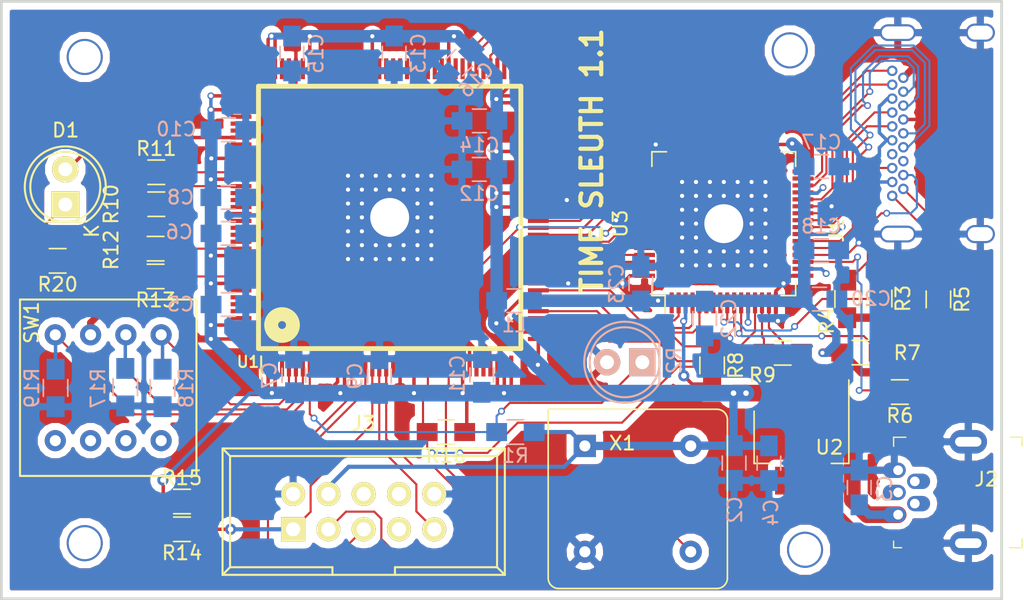
<source format=kicad_pcb>
(kicad_pcb (version 20171130) (host pcbnew "(5.0.0)")
  (layers (0 F.Cu signal) (31 B.Cu signal) (34 B.Paste user) (35 F.Paste user) (36 B.SilkS user) (37 F.SilkS user) (38 B.Mask user) (39 F.Mask user) (44 Edge.Cuts user))
  (net 0 "")
  (net 1 /+TMDS_CLK)
  (net 2 /-TMDS_0)
  (net 3 /+TMDS_0)
  (net 4 /-TMDS_1)
  (net 5 /+TMDS_1)
  (net 6 /-TMDS_2)
  (net 7 /+TMDS_2)
  (net 8 /-TMDS_CLK)
  (net 9 "Net-(J1-Pad13)")
  (net 10 "Net-(J1-Pad14)")
  (net 11 "Net-(J1-Pad15)")
  (net 12 "Net-(J1-Pad16)")
  (net 13 "Net-(J2-Pad3)")
  (net 14 /GND)
  (net 15 /+5)
  (net 16 "Net-(J2-Pad4)")
  (net 17 "Net-(J2-Pad2)")
  (net 18 /+3.3)
  (net 19 "Net-(U1-Pad3)")
  (net 20 "Net-(U1-Pad8)")
  (net 21 "Net-(U1-Pad9)")
  (net 22 "Net-(U1-Pad10)")
  (net 23 "Net-(U1-Pad14)")
  (net 24 /TMS)
  (net 25 /TCK)
  (net 26 /TDI)
  (net 27 /TDO)
  (net 28 "Net-(U1-Pad19)")
  (net 29 "Net-(U1-Pad21)")
  (net 30 "Net-(U1-Pad23)")
  (net 31 "Net-(U1-Pad25)")
  (net 32 "Net-(U1-Pad26)")
  (net 33 "Net-(U1-Pad31)")
  (net 34 "Net-(U1-Pad80)")
  (net 35 "Net-(U1-Pad81)")
  (net 36 "Net-(U1-Pad84)")
  (net 37 "Net-(U1-Pad85)")
  (net 38 "Net-(U1-Pad86)")
  (net 39 "Net-(U1-Pad87)")
  (net 40 /27CLK)
  (net 41 "Net-(U1-Pad89)")
  (net 42 "Net-(U1-Pad90)")
  (net 43 "Net-(U1-Pad91)")
  (net 44 "Net-(U1-Pad92)")
  (net 45 "Net-(U1-Pad94)")
  (net 46 "Net-(U1-Pad95)")
  (net 47 "Net-(U1-Pad97)")
  (net 48 "Net-(U1-Pad98)")
  (net 49 "Net-(U1-Pad99)")
  (net 50 "Net-(U1-Pad100)")
  (net 51 "Net-(U1-Pad101)")
  (net 52 "Net-(U1-Pad103)")
  (net 53 "Net-(U1-Pad105)")
  (net 54 "Net-(U1-Pad106)")
  (net 55 "Net-(U1-Pad112)")
  (net 56 "Net-(U1-Pad113)")
  (net 57 "Net-(U1-Pad114)")
  (net 58 "Net-(U1-Pad117)")
  (net 59 "Net-(U1-Pad123)")
  (net 60 "Net-(U1-Pad124)")
  (net 61 "Net-(U1-Pad125)")
  (net 62 "Net-(U1-Pad126)")
  (net 63 "Net-(U1-Pad127)")
  (net 64 "Net-(U1-Pad128)")
  (net 65 "Net-(U1-Pad129)")
  (net 66 "Net-(U1-Pad130)")
  (net 67 "Net-(U1-Pad134)")
  (net 68 "Net-(U1-Pad137)")
  (net 69 "Net-(U1-Pad138)")
  (net 70 "Net-(U1-Pad139)")
  (net 71 "Net-(U1-Pad140)")
  (net 72 "Net-(U1-Pad141)")
  (net 73 "Net-(J3-Pad6)")
  (net 74 "Net-(J3-Pad8)")
  (net 75 "Net-(J3-Pad7)")
  (net 76 "Net-(U1-Pad55)")
  (net 77 "Net-(U3-Pad6)")
  (net 78 "Net-(U3-Pad7)")
  (net 79 "Net-(U3-Pad8)")
  (net 80 "Net-(U3-Pad49)")
  (net 81 /HPD)
  (net 82 "Net-(R5-Pad2)")
  (net 83 "Net-(R6-Pad2)")
  (net 84 "Net-(R7-Pad1)")
  (net 85 /DE)
  (net 86 /HSYNC)
  (net 87 /VSYNC)
  (net 88 /SDA)
  (net 89 /SCL)
  (net 90 /DVI_CLK)
  (net 91 "Net-(U1-Pad88)")
  (net 92 /D23)
  (net 93 /D22)
  (net 94 /D21)
  (net 95 /D20)
  (net 96 /D19)
  (net 97 /D18)
  (net 98 /D17)
  (net 99 /D16)
  (net 100 /D15)
  (net 101 /D14)
  (net 102 /D13)
  (net 103 /D12)
  (net 104 /D11)
  (net 105 /D10)
  (net 106 /D9)
  (net 107 /D8)
  (net 108 /D7)
  (net 109 /D6)
  (net 110 /D5)
  (net 111 /D4)
  (net 112 /D3)
  (net 113 /D2)
  (net 114 /D1)
  (net 115 /D0)
  (net 116 /+3.3_DVI)
  (net 117 /SENSOR)
  (net 118 "Net-(R10-Pad2)")
  (net 119 "Net-(R11-Pad2)")
  (net 120 "Net-(R12-Pad2)")
  (net 121 "Net-(R13-Pad2)")
  (net 122 "Net-(R15-Pad2)")
  (net 123 /DVI_RST)
  (net 124 "Net-(SW1-Pad5)")
  (net 125 "Net-(SW1-Pad6)")
  (net 126 "Net-(SW1-Pad7)")
  (net 127 "Net-(SW1-Pad8)")
  (net 128 /A)
  (net 129 /C)
  (net 130 /B)
  (net 131 "Net-(D1-Pad1)")
  (net 132 "Net-(D1-Pad2)")
  (net 133 "Net-(U1-Pad28)")
  (net 134 "Net-(U1-Pad32)")
  (module Housings_QFP:TQFP-64_1EP_10x10mm_Pitch0.5mm (layer F.Cu) (at 119 91 90)
    (fp_text reference U3 (at 0 -7.45 90) (layer F.SilkS))
    (fp_text value TFP410PAP hide)
    (pad 65 thru_hole circle (at 0 0 90) (size 3.2 3.2) (drill 2.8) (layers *.Cu *.Mask) (net 14 /GND))
    (pad 65 thru_hole circle (at 3 -3 90) (size 0.5 0.5) (drill 0.3) (layers *.Cu *.Mask) (net 14 /GND))
    (pad 65 smd rect (at 0 0 270) (size 8 8) (layers F.Cu F.Paste F.Mask) (net 14 /GND))
    (pad 64 smd rect (at -3.75 -5.7 180) (size 1.5 0.3) (layers F.Cu F.Paste F.Mask) (net 14 /GND))
    (pad 63 smd rect (at -3.25 -5.7 180) (size 1.5 0.3) (layers F.Cu F.Paste F.Mask) (net 115 /D0))
    (pad 62 smd rect (at -2.75 -5.7 180) (size 1.5 0.3) (layers F.Cu F.Paste F.Mask) (net 114 /D1))
    (pad 61 smd rect (at -2.25 -5.7 180) (size 1.5 0.3) (layers F.Cu F.Paste F.Mask) (net 113 /D2))
    (pad 60 smd rect (at -1.75 -5.7 180) (size 1.5 0.3) (layers F.Cu F.Paste F.Mask) (net 112 /D3))
    (pad 59 smd rect (at -1.25 -5.7 180) (size 1.5 0.3) (layers F.Cu F.Paste F.Mask) (net 111 /D4))
    (pad 58 smd rect (at -0.75 -5.7 180) (size 1.5 0.3) (layers F.Cu F.Paste F.Mask) (net 110 /D5))
    (pad 57 smd rect (at -0.25 -5.7 180) (size 1.5 0.3) (layers F.Cu F.Paste F.Mask) (net 90 /DVI_CLK))
    (pad 56 smd rect (at 0.25 -5.7 180) (size 1.5 0.3) (layers F.Cu F.Paste F.Mask) (net 14 /GND))
    (pad 55 smd rect (at 0.75 -5.7 180) (size 1.5 0.3) (layers F.Cu F.Paste F.Mask) (net 109 /D6))
    (pad 54 smd rect (at 1.25 -5.7 180) (size 1.5 0.3) (layers F.Cu F.Paste F.Mask) (net 108 /D7))
    (pad 53 smd rect (at 1.75 -5.7 180) (size 1.5 0.3) (layers F.Cu F.Paste F.Mask) (net 107 /D8))
    (pad 52 smd rect (at 2.25 -5.7 180) (size 1.5 0.3) (layers F.Cu F.Paste F.Mask) (net 106 /D9))
    (pad 51 smd rect (at 2.75 -5.7 180) (size 1.5 0.3) (layers F.Cu F.Paste F.Mask) (net 105 /D10))
    (pad 50 smd rect (at 3.25 -5.7 180) (size 1.5 0.3) (layers F.Cu F.Paste F.Mask) (net 104 /D11))
    (pad 49 smd rect (at 3.75 -5.7 180) (size 1.5 0.3) (layers F.Cu F.Paste F.Mask) (net 80 "Net-(U3-Pad49)"))
    (pad 48 smd rect (at 5.7 -3.75 90) (size 1.5 0.3) (layers F.Cu F.Paste F.Mask) (net 14 /GND))
    (pad 47 smd rect (at 5.7 -3.25 90) (size 1.5 0.3) (layers F.Cu F.Paste F.Mask) (net 103 /D12))
    (pad 46 smd rect (at 5.7 -2.75 90) (size 1.5 0.3) (layers F.Cu F.Paste F.Mask) (net 102 /D13))
    (pad 45 smd rect (at 5.7 -2.25 90) (size 1.5 0.3) (layers F.Cu F.Paste F.Mask) (net 101 /D14))
    (pad 44 smd rect (at 5.7 -1.75 90) (size 1.5 0.3) (layers F.Cu F.Paste F.Mask) (net 100 /D15))
    (pad 43 smd rect (at 5.7 -1.25 90) (size 1.5 0.3) (layers F.Cu F.Paste F.Mask) (net 99 /D16))
    (pad 42 smd rect (at 5.7 -0.75 90) (size 1.5 0.3) (layers F.Cu F.Paste F.Mask) (net 98 /D17))
    (pad 41 smd rect (at 5.7 -0.25 90) (size 1.5 0.3) (layers F.Cu F.Paste F.Mask) (net 97 /D18))
    (pad 40 smd rect (at 5.7 0.25 90) (size 1.5 0.3) (layers F.Cu F.Paste F.Mask) (net 96 /D19))
    (pad 39 smd rect (at 5.7 0.75 90) (size 1.5 0.3) (layers F.Cu F.Paste F.Mask) (net 95 /D20))
    (pad 38 smd rect (at 5.7 1.25 90) (size 1.5 0.3) (layers F.Cu F.Paste F.Mask) (net 94 /D21))
    (pad 37 smd rect (at 5.7 1.75 90) (size 1.5 0.3) (layers F.Cu F.Paste F.Mask) (net 93 /D22))
    (pad 36 smd rect (at 5.7 2.25 90) (size 1.5 0.3) (layers F.Cu F.Paste F.Mask) (net 92 /D23))
    (pad 35 smd rect (at 5.7 2.75 90) (size 1.5 0.3) (layers F.Cu F.Paste F.Mask) (net 14 /GND))
    (pad 34 smd rect (at 5.7 3.25 90) (size 1.5 0.3) (layers F.Cu F.Paste F.Mask) (net 14 /GND))
    (pad 33 smd rect (at 5.7 3.75 90) (size 1.5 0.3) (layers F.Cu F.Paste F.Mask) (net 116 /+3.3_DVI))
    (pad 32 smd rect (at 3.75 5.7 180) (size 1.5 0.3) (layers F.Cu F.Paste F.Mask) (net 14 /GND))
    (pad 31 smd rect (at 3.25 5.7 180) (size 1.5 0.3) (layers F.Cu F.Paste F.Mask) (net 7 /+TMDS_2))
    (pad 30 smd rect (at 2.75 5.7 180) (size 1.5 0.3) (layers F.Cu F.Paste F.Mask) (net 6 /-TMDS_2))
    (pad 29 smd rect (at 2.25 5.7 180) (size 1.5 0.3) (layers F.Cu F.Paste F.Mask) (net 116 /+3.3_DVI))
    (pad 28 smd rect (at 1.75 5.7 180) (size 1.5 0.3) (layers F.Cu F.Paste F.Mask) (net 5 /+TMDS_1))
    (pad 27 smd rect (at 1.25 5.7 180) (size 1.5 0.3) (layers F.Cu F.Paste F.Mask) (net 4 /-TMDS_1))
    (pad 26 smd rect (at 0.75 5.7 180) (size 1.5 0.3) (layers F.Cu F.Paste F.Mask) (net 14 /GND))
    (pad 25 smd rect (at 0.25 5.7 180) (size 1.5 0.3) (layers F.Cu F.Paste F.Mask) (net 3 /+TMDS_0))
    (pad 24 smd rect (at -0.25 5.7 180) (size 1.5 0.3) (layers F.Cu F.Paste F.Mask) (net 2 /-TMDS_0))
    (pad 23 smd rect (at -0.75 5.7 180) (size 1.5 0.3) (layers F.Cu F.Paste F.Mask) (net 116 /+3.3_DVI))
    (pad 22 smd rect (at -1.25 5.7 180) (size 1.5 0.3) (layers F.Cu F.Paste F.Mask) (net 1 /+TMDS_CLK))
    (pad 21 smd rect (at -1.75 5.7 180) (size 1.5 0.3) (layers F.Cu F.Paste F.Mask) (net 8 /-TMDS_CLK))
    (pad 20 smd rect (at -2.25 5.7 180) (size 1.5 0.3) (layers F.Cu F.Paste F.Mask) (net 14 /GND))
    (pad 19 smd rect (at -2.75 5.7 180) (size 1.5 0.3) (layers F.Cu F.Paste F.Mask) (net 83 "Net-(R6-Pad2)"))
    (pad 18 smd rect (at -3.25 5.7 180) (size 1.5 0.3) (layers F.Cu F.Paste F.Mask) (net 116 /+3.3_DVI))
    (pad 17 smd rect (at -3.75 5.7 180) (size 1.5 0.3) (layers F.Cu F.Paste F.Mask) (net 14 /GND))
    (pad 16 smd rect (at -5.7 3.75 90) (size 1.5 0.3) (layers F.Cu F.Paste F.Mask) (net 14 /GND))
    (pad 15 smd rect (at -5.7 3.25 90) (size 1.5 0.3) (layers F.Cu F.Paste F.Mask) (net 89 /SCL))
    (pad 14 smd rect (at -5.7 2.75 90) (size 1.5 0.3) (layers F.Cu F.Paste F.Mask) (net 88 /SDA))
    (pad 13 smd rect (at -5.7 2.25 90) (size 1.5 0.3) (layers F.Cu F.Paste F.Mask) (net 123 /DVI_RST))
    (pad 12 smd rect (at -5.7 1.75 90) (size 1.5 0.3) (layers F.Cu F.Paste F.Mask) (net 116 /+3.3_DVI))
    (pad 11 smd rect (at -5.7 1.25 90) (size 1.5 0.3) (layers F.Cu F.Paste F.Mask) (net 84 "Net-(R7-Pad1)"))
    (pad 10 smd rect (at -5.7 0.75 90) (size 1.5 0.3) (layers F.Cu F.Paste F.Mask) (net 14 /GND))
    (pad 9 smd rect (at -5.7 0.25 90) (size 1.5 0.3) (layers F.Cu F.Paste F.Mask) (net 82 "Net-(R5-Pad2)"))
    (pad 8 smd rect (at -5.7 -0.25 90) (size 1.5 0.3) (layers F.Cu F.Paste F.Mask) (net 79 "Net-(U3-Pad8)"))
    (pad 7 smd rect (at -5.7 -0.75 90) (size 1.5 0.3) (layers F.Cu F.Paste F.Mask) (net 78 "Net-(U3-Pad7)"))
    (pad 6 smd rect (at -5.7 -1.25 90) (size 1.5 0.3) (layers F.Cu F.Paste F.Mask) (net 77 "Net-(U3-Pad6)"))
    (pad 5 smd rect (at -5.7 -1.75 90) (size 1.5 0.3) (layers F.Cu F.Paste F.Mask) (net 87 /VSYNC))
    (pad 4 smd rect (at -5.7 -2.25 90) (size 1.5 0.3) (layers F.Cu F.Paste F.Mask) (net 86 /HSYNC))
    (pad 3 smd rect (at -5.7 -2.75 90) (size 1.5 0.3) (layers F.Cu F.Paste F.Mask) (net 116 /+3.3_DVI))
    (pad 2 smd rect (at -5.7 -3.25 90) (size 1.5 0.3) (layers F.Cu F.Paste F.Mask) (net 85 /DE))
    (pad 1 smd rect (at -5.7 -3.75 90) (size 1.5 0.3) (layers F.Cu F.Paste F.Mask) (net 116 /+3.3_DVI))
    (pad 65 thru_hole circle (at 3 -2 90) (size 0.5 0.5) (drill 0.3) (layers *.Cu *.Mask) (net 14 /GND))
    (pad 65 thru_hole circle (at 3 -1 90) (size 0.5 0.5) (drill 0.3) (layers *.Cu *.Mask) (net 14 /GND))
    (pad 65 thru_hole circle (at 3 0 90) (size 0.5 0.5) (drill 0.3) (layers *.Cu *.Mask) (net 14 /GND))
    (pad 65 thru_hole circle (at 3 1 90) (size 0.5 0.5) (drill 0.3) (layers *.Cu *.Mask) (net 14 /GND))
    (pad 65 thru_hole circle (at 3 2 90) (size 0.5 0.5) (drill 0.3) (layers *.Cu *.Mask) (net 14 /GND))
    (pad 65 thru_hole circle (at 3 3 90) (size 0.5 0.5) (drill 0.3) (layers *.Cu *.Mask) (net 14 /GND))
    (pad 65 thru_hole circle (at 2 3 90) (size 0.5 0.5) (drill 0.3) (layers *.Cu *.Mask) (net 14 /GND))
    (pad 65 thru_hole circle (at 1 3 90) (size 0.5 0.5) (drill 0.3) (layers *.Cu *.Mask) (net 14 /GND))
    (pad 65 thru_hole circle (at 0 3 90) (size 0.5 0.5) (drill 0.3) (layers *.Cu *.Mask) (net 14 /GND))
    (pad 65 thru_hole circle (at -1 3 90) (size 0.5 0.5) (drill 0.3) (layers *.Cu *.Mask) (net 14 /GND))
    (pad 65 thru_hole circle (at -2 3 90) (size 0.5 0.5) (drill 0.3) (layers *.Cu *.Mask) (net 14 /GND))
    (pad 65 thru_hole circle (at -3 3 90) (size 0.5 0.5) (drill 0.3) (layers *.Cu *.Mask) (net 14 /GND))
    (pad 65 thru_hole circle (at -3 2 90) (size 0.5 0.5) (drill 0.3) (layers *.Cu *.Mask) (net 14 /GND))
    (pad 65 thru_hole circle (at -2 2 90) (size 0.5 0.5) (drill 0.3) (layers *.Cu *.Mask) (net 14 /GND))
    (pad 65 thru_hole circle (at -1 2 90) (size 0.5 0.5) (drill 0.3) (layers *.Cu *.Mask) (net 14 /GND))
    (pad 65 thru_hole circle (at 0 2 90) (size 0.5 0.5) (drill 0.3) (layers *.Cu *.Mask) (net 14 /GND))
    (pad 65 thru_hole circle (at 1 2 90) (size 0.5 0.5) (drill 0.3) (layers *.Cu *.Mask) (net 14 /GND))
    (pad 65 thru_hole circle (at 2 2 90) (size 0.5 0.5) (drill 0.3) (layers *.Cu *.Mask) (net 14 /GND))
    (pad 65 thru_hole circle (at 2 1 90) (size 0.5 0.5) (drill 0.3) (layers *.Cu *.Mask) (net 14 /GND))
    (pad 65 thru_hole circle (at 2 0 90) (size 0.5 0.5) (drill 0.3) (layers *.Cu *.Mask) (net 14 /GND))
    (pad 65 thru_hole circle (at 2 -1 90) (size 0.5 0.5) (drill 0.3) (layers *.Cu *.Mask) (net 14 /GND))
    (pad 65 thru_hole circle (at 2 -2 90) (size 0.5 0.5) (drill 0.3) (layers *.Cu *.Mask) (net 14 /GND))
    (pad 65 thru_hole circle (at 2 -3 90) (size 0.5 0.5) (drill 0.3) (layers *.Cu *.Mask) (net 14 /GND))
    (pad 65 thru_hole circle (at 1 -3 90) (size 0.5 0.5) (drill 0.3) (layers *.Cu *.Mask) (net 14 /GND))
    (pad 65 thru_hole circle (at 0 -3 90) (size 0.5 0.5) (drill 0.3) (layers *.Cu *.Mask) (net 14 /GND))
    (pad 65 thru_hole circle (at -1 -3 90) (size 0.5 0.5) (drill 0.3) (layers *.Cu *.Mask) (net 14 /GND))
    (pad 65 thru_hole circle (at -2 -3 90) (size 0.5 0.5) (drill 0.3) (layers *.Cu *.Mask) (net 14 /GND))
    (pad 65 thru_hole circle (at -3 -3 90) (size 0.5 0.5) (drill 0.3) (layers *.Cu *.Mask) (net 14 /GND))
    (pad 65 thru_hole circle (at -3 -2 90) (size 0.5 0.5) (drill 0.3) (layers *.Cu *.Mask) (net 14 /GND))
    (pad 65 thru_hole circle (at -3 -1 90) (size 0.5 0.5) (drill 0.3) (layers *.Cu *.Mask) (net 14 /GND))
    (pad 65 thru_hole circle (at -3 0 90) (size 0.5 0.5) (drill 0.3) (layers *.Cu *.Mask) (net 14 /GND))
    (pad 65 thru_hole circle (at -3 1 90) (size 0.5 0.5) (drill 0.3) (layers *.Cu *.Mask) (net 14 /GND))
    (pad 65 thru_hole circle (at -2 1 90) (size 0.5 0.5) (drill 0.3) (layers *.Cu *.Mask) (net 14 /GND))
    (pad 65 thru_hole circle (at -2 0 90) (size 0.5 0.5) (drill 0.3) (layers *.Cu *.Mask) (net 14 /GND))
    (pad 65 thru_hole circle (at -2 -1 90) (size 0.5 0.5) (drill 0.3) (layers *.Cu *.Mask) (net 14 /GND))
    (pad 65 thru_hole circle (at -2 -2 90) (size 0.5 0.5) (drill 0.3) (layers *.Cu *.Mask) (net 14 /GND))
    (pad 65 thru_hole circle (at -1 -2 90) (size 0.5 0.5) (drill 0.3) (layers *.Cu *.Mask) (net 14 /GND))
    (pad 65 thru_hole circle (at 0 -2 90) (size 0.5 0.5) (drill 0.3) (layers *.Cu *.Mask) (net 14 /GND))
    (pad 65 thru_hole circle (at 1 -2 90) (size 0.5 0.5) (drill 0.3) (layers *.Cu *.Mask) (net 14 /GND))
  )
  (module pads:HDMI_THRU (layer F.Cu) (at 131.125 84.5 90)
    (fp_text reference J1 (at -7 -4 90) (layer F.SilkS))
    (fp_text value HDMI_A)
    (pad 1 thru_hole circle (at 4.5 0 90) (size 0.75 0.75) (drill 0.45) (layers *.Cu *.Mask) (net 7 /+TMDS_2))
    (pad 3 thru_hole circle (at 3.5 0 90) (size 0.75 0.75) (drill 0.45) (layers *.Cu *.Mask) (net 6 /-TMDS_2))
    (pad 5 thru_hole circle (at 2.5 0 90) (size 0.75 0.75) (drill 0.45) (layers *.Cu *.Mask) (net 14 /GND))
    (pad 7 thru_hole circle (at 1.5 0 90) (size 0.75 0.75) (drill 0.45) (layers *.Cu *.Mask) (net 3 /+TMDS_0))
    (pad 9 thru_hole circle (at 0.5 0 90) (size 0.75 0.75) (drill 0.45) (layers *.Cu *.Mask) (net 2 /-TMDS_0))
    (pad 11 thru_hole circle (at -0.5 0 90) (size 0.75 0.75) (drill 0.45) (layers *.Cu *.Mask) (net 14 /GND))
    (pad 13 thru_hole circle (at -1.5 0 90) (size 0.75 0.75) (drill 0.45) (layers *.Cu *.Mask) (net 9 "Net-(J1-Pad13)"))
    (pad 15 thru_hole circle (at -2.5 0 90) (size 0.75 0.75) (drill 0.45) (layers *.Cu *.Mask) (net 11 "Net-(J1-Pad15)"))
    (pad 17 thru_hole circle (at -3.5 0 90) (size 0.75 0.75) (drill 0.45) (layers *.Cu *.Mask) (net 14 /GND))
    (pad 19 thru_hole circle (at -4.5 0 90) (size 0.75 0.75) (drill 0.45) (layers *.Cu *.Mask) (net 81 /HPD))
    (pad 2 thru_hole circle (at 4 0.8 90) (size 0.75 0.75) (drill 0.45) (layers *.Cu *.Mask) (net 14 /GND))
    (pad 4 thru_hole circle (at 3 0.8 90) (size 0.75 0.75) (drill 0.45) (layers *.Cu *.Mask) (net 5 /+TMDS_1))
    (pad 6 thru_hole circle (at 2 0.8 90) (size 0.75 0.75) (drill 0.45) (layers *.Cu *.Mask) (net 4 /-TMDS_1))
    (pad 8 thru_hole circle (at 1 0.8 90) (size 0.75 0.75) (drill 0.45) (layers *.Cu *.Mask) (net 14 /GND))
    (pad 10 thru_hole circle (at 0 0.8 90) (size 0.75 0.75) (drill 0.45) (layers *.Cu *.Mask) (net 1 /+TMDS_CLK))
    (pad 12 thru_hole circle (at -1 0.8 90) (size 0.75 0.75) (drill 0.45) (layers *.Cu *.Mask) (net 8 /-TMDS_CLK))
    (pad 14 thru_hole circle (at -2 0.8 90) (size 0.75 0.75) (drill 0.45) (layers *.Cu *.Mask) (net 10 "Net-(J1-Pad14)"))
    (pad 16 thru_hole circle (at -3 0.8 90) (size 0.75 0.75) (drill 0.45) (layers *.Cu *.Mask) (net 12 "Net-(J1-Pad16)"))
    (pad 18 thru_hole circle (at -4 0.8 90) (size 0.75 0.75) (drill 0.45) (layers *.Cu *.Mask) (net 15 /+5))
    (pad SH thru_hole oval (at 7.25 0.4 90) (size 1.2 2.6) (drill oval 0.9 2.3) (layers *.Cu *.Mask) (net 14 /GND))
    (pad SH thru_hole oval (at -7.25 0.4 90) (size 1.2 2.6) (drill oval 0.9 2.3) (layers *.Cu *.Mask) (net 14 /GND))
    (pad SH thru_hole oval (at 7.25 6.34 90) (size 1.3 2.1) (drill oval 1 1.8) (layers *.Cu *.Mask) (net 14 /GND))
    (pad SH thru_hole oval (at -7.25 6.34 90) (size 1.3 2.1) (drill oval 1 1.8) (layers *.Cu *.Mask) (net 14 /GND))
  )
  (module digikey-footprints:USB_Mini_B_Female_548190519 (layer F.Cu) (at 131.55 110.35 180)
    (fp_text reference J2 (at -6.35 0.95 180) (layer F.SilkS))
    (fp_text value USB_B_Mini)
    (pad 3 thru_hole oval (at 0 0 180) (size 1.65 1.1) (drill 0.7 (offset 0.275 0)) (layers *.Cu *.Mask) (net 13 "Net-(J2-Pad3)"))
    (pad 5 thru_hole oval (at 0 -1.6 180) (size 1.65 1.1) (drill 0.7 (offset 0.275 0)) (layers *.Cu *.Mask) (net 15 /+5))
    (pad 1 thru_hole oval (at 0 1.6 180) (size 1.65 1.1) (drill 0.7 (offset 0.275 0)) (layers *.Cu *.Mask) (net 14 /GND))
    (pad 4 thru_hole oval (at -1.2 -0.8 180) (size 1.65 1.1) (drill 0.7 (offset -0.275 0)) (layers *.Cu *.Mask) (net 16 "Net-(J2-Pad4)"))
    (pad 2 thru_hole oval (at -1.2 0.8 180) (size 1.65 1.1) (drill 0.7 (offset -0.275 0)) (layers *.Cu *.Mask) (net 17 "Net-(J2-Pad2)"))
    (pad 6 thru_hole oval (at -5.05 -3.65 180) (size 2.7 1.7) (drill oval 1.9 0.7) (layers *.Cu *.Mask) (net 14 /GND))
    (pad 6 thru_hole oval (at -5.05 3.65 180) (size 2.7 1.7) (drill oval 1.9 0.7) (layers *.Cu *.Mask) (net 14 /GND))
  )
  (module Capacitors_SMD:C_0805_HandSoldering (layer B.Cu) (at 126.02 92.94 180)
    (fp_text reference C18 (at 0 1.75 180) (layer B.SilkS) (effects (justify mirror)))
    (fp_text value .1u)
    (pad 2 smd rect (at 1.25 0 180) (size 1.5 1.25) (layers B.Cu B.Paste B.Mask) (net 116 /+3.3_DVI))
    (pad 1 smd rect (at -1.25 0 180) (size 1.5 1.25) (layers B.Cu B.Paste B.Mask) (net 14 /GND))
  )
  (module Resistors_SMD:R_0805_HandSoldering (layer F.Cu) (at 78.1 94.8)
    (fp_text reference R13 (at 0 1.7) (layer F.SilkS))
    (fp_text value 10K)
    (pad 1 smd rect (at -1.35 0) (size 1.5 1.3) (layers F.Cu F.Paste F.Mask) (net 18 /+3.3))
    (pad 2 smd rect (at 1.35 0) (size 1.5 1.3) (layers F.Cu F.Paste F.Mask) (net 121 "Net-(R13-Pad2)"))
  )
  (module Resistors_SMD:R_0805_HandSoldering (layer F.Cu) (at 78.1 92.8)
    (fp_text reference R12 (at -3.2 0.1 90) (layer F.SilkS))
    (fp_text value 10K)
    (pad 2 smd rect (at 1.35 0) (size 1.5 1.3) (layers F.Cu F.Paste F.Mask) (net 120 "Net-(R12-Pad2)"))
    (pad 1 smd rect (at -1.35 0) (size 1.5 1.3) (layers F.Cu F.Paste F.Mask) (net 18 /+3.3))
  )
  (module Capacitors_SMD:C_0805_HandSoldering (layer B.Cu) (at 103.9 96.55)
    (fp_text reference L1 (at 0 1.75) (layer B.SilkS) (effects (justify mirror)))
    (fp_text value INDUCTOR hide)
    (pad 2 smd rect (at 1.25 0) (size 1.5 1.25) (layers B.Cu B.Paste B.Mask) (net 116 /+3.3_DVI))
    (pad 1 smd rect (at -1.25 0) (size 1.5 1.25) (layers B.Cu B.Paste B.Mask) (net 18 /+3.3))
  )
  (module Resistors_SMD:R_0805_HandSoldering (layer B.Cu) (at 75.92 102.77 270)
    (fp_text reference R17 (at 0.08 1.96 270) (layer B.SilkS) (effects (justify mirror)))
    (fp_text value 10K)
    (pad 1 smd rect (at -1.35 0 270) (size 1.5 1.3) (layers B.Cu B.Paste B.Mask) (net 130 /B))
    (pad 2 smd rect (at 1.35 0 270) (size 1.5 1.3) (layers B.Cu B.Paste B.Mask) (net 14 /GND))
  )
  (module Resistors_SMD:R_0805_HandSoldering (layer B.Cu) (at 78.6 102.825 90)
    (fp_text reference R18 (at 0 1.7 90) (layer B.SilkS) (effects (justify mirror)))
    (fp_text value 10K)
    (pad 2 smd rect (at 1.35 0 90) (size 1.5 1.3) (layers B.Cu B.Paste B.Mask) (net 128 /A))
    (pad 1 smd rect (at -1.35 0 90) (size 1.5 1.3) (layers B.Cu B.Paste B.Mask) (net 14 /GND))
  )
  (module Capacitors_SMD:C_0805_HandSoldering (layer B.Cu) (at 126.03 86.89 180)
    (fp_text reference C17 (at 0 1.75 180) (layer B.SilkS) (effects (justify mirror)))
    (fp_text value .1u)
    (pad 1 smd rect (at -1.25 0 180) (size 1.5 1.25) (layers B.Cu B.Paste B.Mask) (net 14 /GND))
    (pad 2 smd rect (at 1.25 0 180) (size 1.5 1.25) (layers B.Cu B.Paste B.Mask) (net 116 /+3.3_DVI))
  )
  (module Resistors_SMD:R_0805_HandSoldering (layer F.Cu) (at 78.15 87.3)
    (fp_text reference R11 (at 0 -1.7) (layer F.SilkS))
    (fp_text value 10K)
    (pad 2 smd rect (at 1.35 0) (size 1.5 1.3) (layers F.Cu F.Paste F.Mask) (net 119 "Net-(R11-Pad2)"))
    (pad 1 smd rect (at -1.35 0) (size 1.5 1.3) (layers F.Cu F.Paste F.Mask) (net 14 /GND))
  )
  (module Capacitors_SMD:C_0805_HandSoldering (layer B.Cu) (at 125.89 96.43 180)
    (fp_text reference C20 (at -3.71 0.03 180) (layer B.SilkS) (effects (justify mirror)))
    (fp_text value .1u)
    (pad 1 smd rect (at -1.25 0 180) (size 1.5 1.25) (layers B.Cu B.Paste B.Mask) (net 14 /GND))
    (pad 2 smd rect (at 1.25 0 180) (size 1.5 1.25) (layers B.Cu B.Paste B.Mask) (net 116 /+3.3_DVI))
  )
  (module Capacitors_SMD:C_0805_HandSoldering (layer B.Cu) (at 113.03 95.32 270)
    (fp_text reference C23 (at 0 1.75 270) (layer B.SilkS) (effects (justify mirror)))
    (fp_text value 10u)
    (pad 2 smd rect (at 1.25 0 270) (size 1.5 1.25) (layers B.Cu B.Paste B.Mask) (net 116 /+3.3_DVI))
    (pad 1 smd rect (at -1.25 0 270) (size 1.5 1.25) (layers B.Cu B.Paste B.Mask) (net 14 /GND))
  )
  (module Resistors_SMD:R_0805_HandSoldering (layer F.Cu) (at 78.15 89.6)
    (fp_text reference R10 (at -3.25 0 90) (layer F.SilkS))
    (fp_text value 10K)
    (pad 1 smd rect (at -1.35 0) (size 1.5 1.3) (layers F.Cu F.Paste F.Mask) (net 18 /+3.3))
    (pad 2 smd rect (at 1.35 0) (size 1.5 1.3) (layers F.Cu F.Paste F.Mask) (net 118 "Net-(R10-Pad2)"))
  )
  (module Resistors_SMD:R_0805_HandSoldering (layer F.Cu) (at 99 106 180)
    (fp_text reference R16 (at 0 -1.7 180) (layer F.SilkS))
    (fp_text value 2.2K)
    (pad 1 smd rect (at -1.35 0 180) (size 1.5 1.3) (layers F.Cu F.Paste F.Mask) (net 18 /+3.3))
    (pad 2 smd rect (at 1.35 0 180) (size 1.5 1.3) (layers F.Cu F.Paste F.Mask) (net 89 /SCL))
  )
  (module Resistors_SMD:R_0805_HandSoldering (layer B.Cu) (at 104 106)
    (fp_text reference R1 (at 0 1.7) (layer B.SilkS) (effects (justify mirror)))
    (fp_text value 150)
    (pad 1 smd rect (at -1.35 0) (size 1.5 1.3) (layers B.Cu B.Paste B.Mask) (net 117 /SENSOR))
    (pad 2 smd rect (at 1.35 0) (size 1.5 1.3) (layers B.Cu B.Paste B.Mask) (net 18 /+3.3))
  )
  (module Resistors_SMD:R_0805_HandSoldering (layer B.Cu) (at 70.9 102.825 270)
    (fp_text reference R19 (at 0 1.7 270) (layer B.SilkS) (effects (justify mirror)))
    (fp_text value 10K)
    (pad 1 smd rect (at -1.35 0 270) (size 1.5 1.3) (layers B.Cu B.Paste B.Mask) (net 129 /C))
    (pad 2 smd rect (at 1.35 0 270) (size 1.5 1.3) (layers B.Cu B.Paste B.Mask) (net 14 /GND))
  )
  (module Capacitors_SMD:C_0805_HandSoldering (layer B.Cu) (at 117.62 97.83 90)
    (fp_text reference C22 (at 0 1.75 90) (layer B.SilkS) (effects (justify mirror)))
    (fp_text value .1u)
    (pad 1 smd rect (at -1.25 0 90) (size 1.5 1.25) (layers B.Cu B.Paste B.Mask) (net 14 /GND))
    (pad 2 smd rect (at 1.25 0 90) (size 1.5 1.25) (layers B.Cu B.Paste B.Mask) (net 116 /+3.3_DVI))
  )
  (module Resistors_SMD:R_0805_HandSoldering (layer F.Cu) (at 71.05 93.675 180)
    (fp_text reference R20 (at 0 -1.7 180) (layer F.SilkS))
    (fp_text value 1K)
    (pad 1 smd rect (at -1.35 0 180) (size 1.5 1.3) (layers F.Cu F.Paste F.Mask) (net 14 /GND))
    (pad 2 smd rect (at 1.35 0 180) (size 1.5 1.3) (layers F.Cu F.Paste F.Mask) (net 131 "Net-(D1-Pad1)"))
  )
  (module LEDs:LED-5MM (layer B.Cu) (at 113.1376 100.975308 180)
    (fp_text reference R2 (at -2.2874 0.125308 270) (layer B.SilkS) (effects (justify mirror)))
    (fp_text value R_PHOTO hide)
    (pad 1 thru_hole rect (at 0 0 90) (size 2 1.9) (drill 1.00076) (layers *.Cu *.Mask B.SilkS) (net 117 /SENSOR))
    (pad 2 thru_hole circle (at 2.54 0 180) (size 1.9 1.9) (drill 1.00076) (layers *.Cu *.Mask B.SilkS) (net 14 /GND))
  )
  (module LEDs:LED-5MM (layer F.Cu) (at 71.6 89.625 90)
    (fp_text reference D1 (at 5.35 0.025 180) (layer F.SilkS))
    (fp_text value LED)
    (fp_text user K (at -1.905 1.905 90) (layer F.SilkS))
    (pad 1 thru_hole rect (at 0 0 180) (size 2 1.9) (drill 1.00076) (layers *.Cu *.Mask F.SilkS) (net 131 "Net-(D1-Pad1)"))
    (pad 2 thru_hole circle (at 2.54 0 90) (size 1.9 1.9) (drill 1.00076) (layers *.Cu *.Mask F.SilkS) (net 132 "Net-(D1-Pad2)"))
  )
  (module Capacitors_SMD:C_0805_HandSoldering (layer B.Cu) (at 94.21 101.97 270)
    (fp_text reference C9 (at 0 1.75 270) (layer B.SilkS) (effects (justify mirror)))
    (fp_text value .1u)
    (pad 2 smd rect (at 1.25 0 270) (size 1.5 1.25) (layers B.Cu B.Paste B.Mask) (net 18 /+3.3))
    (pad 1 smd rect (at -1.25 0 270) (size 1.5 1.25) (layers B.Cu B.Paste B.Mask) (net 14 /GND))
  )
  (module Resistors_SMD:R_0805_HandSoldering (layer F.Cu) (at 131.67 103.12 180)
    (fp_text reference R6 (at 0 -1.7 180) (layer F.SilkS))
    (fp_text value 510)
    (pad 1 smd rect (at -1.35 0 180) (size 1.5 1.3) (layers F.Cu F.Paste F.Mask) (net 116 /+3.3_DVI))
    (pad 2 smd rect (at 1.35 0 180) (size 1.5 1.3) (layers F.Cu F.Paste F.Mask) (net 83 "Net-(R6-Pad2)"))
  )
  (module Resistors_SMD:R_0805_HandSoldering (layer F.Cu) (at 128.84 100.28 180)
    (fp_text reference R7 (at -3.36 -0.02 180) (layer F.SilkS))
    (fp_text value 5K)
    (pad 1 smd rect (at -1.35 0 180) (size 1.5 1.3) (layers F.Cu F.Paste F.Mask) (net 84 "Net-(R7-Pad1)"))
    (pad 2 smd rect (at 1.35 0 180) (size 1.5 1.3) (layers F.Cu F.Paste F.Mask) (net 116 /+3.3_DVI))
  )
  (module Resistors_SMD:R_0805_HandSoldering (layer F.Cu) (at 134.45 96.45 270)
    (fp_text reference R5 (at 0 -1.7 270) (layer F.SilkS))
    (fp_text value 1k)
    (pad 2 smd rect (at 1.35 0 270) (size 1.5 1.3) (layers F.Cu F.Paste F.Mask) (net 82 "Net-(R5-Pad2)"))
    (pad 1 smd rect (at -1.35 0 270) (size 1.5 1.3) (layers F.Cu F.Paste F.Mask) (net 81 /HPD))
  )
  (module Capacitors_SMD:C_0805_HandSoldering (layer B.Cu) (at 83.33 89.11 180)
    (fp_text reference C8 (at 3.43 0.01 180) (layer B.SilkS) (effects (justify mirror)))
    (fp_text value .1u)
    (pad 1 smd rect (at -1.25 0 180) (size 1.5 1.25) (layers B.Cu B.Paste B.Mask) (net 14 /GND))
    (pad 2 smd rect (at 1.25 0 180) (size 1.5 1.25) (layers B.Cu B.Paste B.Mask) (net 18 /+3.3))
  )
  (module Resistors_SMD:R_0805_HandSoldering (layer F.Cu) (at 130.22 96.39 90)
    (fp_text reference R3 (at 0 1.68 90) (layer F.SilkS))
    (fp_text value 10K)
    (pad 2 smd rect (at 1.35 0 90) (size 1.5 1.3) (layers F.Cu F.Paste F.Mask) (net 12 "Net-(J1-Pad16)"))
    (pad 1 smd rect (at -1.35 0 90) (size 1.5 1.3) (layers F.Cu F.Paste F.Mask) (net 15 /+5))
  )
  (module Resistors_SMD:R_0805_HandSoldering (layer F.Cu) (at 127.88 96.42 90)
    (fp_text reference R4 (at -1.58 -1.48 90) (layer F.SilkS))
    (fp_text value 10K)
    (pad 1 smd rect (at -1.35 0 90) (size 1.5 1.3) (layers F.Cu F.Paste F.Mask) (net 15 /+5))
    (pad 2 smd rect (at 1.35 0 90) (size 1.5 1.3) (layers F.Cu F.Paste F.Mask) (net 11 "Net-(J1-Pad15)"))
  )
  (module Resistors_SMD:R_0805_HandSoldering (layer F.Cu) (at 118.16 101.2 270)
    (fp_text reference R8 (at 0 -1.7 270) (layer F.SilkS))
    (fp_text value 2.2K)
    (pad 2 smd rect (at 1.35 0 270) (size 1.5 1.3) (layers F.Cu F.Paste F.Mask) (net 116 /+3.3_DVI))
    (pad 1 smd rect (at -1.35 0 270) (size 1.5 1.3) (layers F.Cu F.Paste F.Mask) (net 123 /DVI_RST))
  )
  (module Resistors_SMD:R_0805_HandSoldering (layer F.Cu) (at 123.24 100.3 180)
    (fp_text reference R9 (at 1.46 -1.6 180) (layer F.SilkS))
    (fp_text value 2.2K)
    (pad 1 smd rect (at -1.35 0 180) (size 1.5 1.3) (layers F.Cu F.Paste F.Mask) (net 18 /+3.3))
    (pad 2 smd rect (at 1.35 0 180) (size 1.5 1.3) (layers F.Cu F.Paste F.Mask) (net 88 /SDA))
  )
  (module Capacitors_SMD:C_0805_HandSoldering (layer B.Cu) (at 83.339999 91.7 180)
    (fp_text reference C6 (at 3.539999 0.1 180) (layer B.SilkS) (effects (justify mirror)))
    (fp_text value .1u)
    (pad 1 smd rect (at -1.25 0 180) (size 1.5 1.25) (layers B.Cu B.Paste B.Mask) (net 14 /GND))
    (pad 2 smd rect (at 1.25 0 180) (size 1.5 1.25) (layers B.Cu B.Paste B.Mask) (net 18 /+3.3))
  )
  (module Capacitors_SMD:C_0805_HandSoldering (layer B.Cu) (at 101.58 101.89 270)
    (fp_text reference C11 (at 0 1.75 270) (layer B.SilkS) (effects (justify mirror)))
    (fp_text value .1u)
    (pad 2 smd rect (at 1.25 0 270) (size 1.5 1.25) (layers B.Cu B.Paste B.Mask) (net 18 /+3.3))
    (pad 1 smd rect (at -1.25 0 270) (size 1.5 1.25) (layers B.Cu B.Paste B.Mask) (net 14 /GND))
  )
  (module Capacitors_SMD:C_0805_HandSoldering (layer B.Cu) (at 88.05 101.92 270)
    (fp_text reference C7 (at 0 1.75 270) (layer B.SilkS) (effects (justify mirror)))
    (fp_text value .1u)
    (pad 2 smd rect (at 1.25 0 270) (size 1.5 1.25) (layers B.Cu B.Paste B.Mask) (net 18 /+3.3))
    (pad 1 smd rect (at -1.25 0 270) (size 1.5 1.25) (layers B.Cu B.Paste B.Mask) (net 14 /GND))
  )
  (module Capacitors_SMD:C_0805_HandSoldering (layer B.Cu) (at 101.4 87.09)
    (fp_text reference C12 (at 0 1.75) (layer B.SilkS) (effects (justify mirror)))
    (fp_text value .1u)
    (pad 1 smd rect (at -1.25 0) (size 1.5 1.25) (layers B.Cu B.Paste B.Mask) (net 14 /GND))
    (pad 2 smd rect (at 1.25 0) (size 1.5 1.25) (layers B.Cu B.Paste B.Mask) (net 18 /+3.3))
  )
  (module Capacitors_SMD:C_0805_HandSoldering (layer B.Cu) (at 83.34 96.82 180)
    (fp_text reference C5 (at 3.44 0.02 180) (layer B.SilkS) (effects (justify mirror)))
    (fp_text value .1u)
    (pad 2 smd rect (at 1.25 0 180) (size 1.5 1.25) (layers B.Cu B.Paste B.Mask) (net 18 /+3.3))
    (pad 1 smd rect (at -1.25 0 180) (size 1.5 1.25) (layers B.Cu B.Paste B.Mask) (net 14 /GND))
  )
  (module Capacitors_SMD:C_0805_HandSoldering (layer B.Cu) (at 122.25 108.24 90)
    (fp_text reference C2 (at -3.36 -2.45 90) (layer B.SilkS) (effects (justify mirror)))
    (fp_text value 10u)
    (pad 2 smd rect (at 1.25 0 90) (size 1.5 1.25) (layers B.Cu B.Paste B.Mask) (net 18 /+3.3))
    (pad 1 smd rect (at -1.25 0 90) (size 1.5 1.25) (layers B.Cu B.Paste B.Mask) (net 14 /GND))
  )
  (module TO_SOT_Packages_SMD:SOT-223-3Lead_TabPin2 (layer F.Cu) (at 124.592782 106.349344 270)
    (fp_text reference U2 (at 0.750656 -2.007218) (layer F.SilkS))
    (fp_text value TC1264-3.3VDBTR)
    (pad 2 smd rect (at 3.15 0 270) (size 2 3.8) (layers F.Cu F.Paste F.Mask) (net 14 /GND))
    (pad 2 smd rect (at -3.15 0 270) (size 2 1.5) (layers F.Cu F.Paste F.Mask) (net 14 /GND))
    (pad 3 smd rect (at -3.15 2.3 270) (size 2 1.5) (layers F.Cu F.Paste F.Mask) (net 18 /+3.3))
    (pad 1 smd rect (at -3.15 -2.3 270) (size 2 1.5) (layers F.Cu F.Paste F.Mask) (net 15 /+5))
  )
  (module Capacitors_SMD:C_0805_HandSoldering (layer B.Cu) (at 119.74 108.23 90)
    (fp_text reference C4 (at -3.57 2.66 90) (layer B.SilkS) (effects (justify mirror)))
    (fp_text value .1u)
    (pad 1 smd rect (at -1.25 0 90) (size 1.5 1.25) (layers B.Cu B.Paste B.Mask) (net 14 /GND))
    (pad 2 smd rect (at 1.25 0 90) (size 1.5 1.25) (layers B.Cu B.Paste B.Mask) (net 18 /+3.3))
  )
  (module Capacitors_SMD:C_0805_HandSoldering (layer B.Cu) (at 83.34 84.24 180)
    (fp_text reference C10 (at 3.74 0.04 180) (layer B.SilkS) (effects (justify mirror)))
    (fp_text value .1u)
    (pad 1 smd rect (at -1.25 0 180) (size 1.5 1.25) (layers B.Cu B.Paste B.Mask) (net 14 /GND))
    (pad 2 smd rect (at 1.25 0 180) (size 1.5 1.25) (layers B.Cu B.Paste B.Mask) (net 18 /+3.3))
  )
  (module Capacitors_SMD:C_0805_HandSoldering (layer B.Cu) (at 101.41 83.6)
    (fp_text reference C14 (at 0 1.75) (layer B.SilkS) (effects (justify mirror)))
    (fp_text value .1u)
    (pad 1 smd rect (at -1.25 0) (size 1.5 1.25) (layers B.Cu B.Paste B.Mask) (net 14 /GND))
    (pad 2 smd rect (at 1.25 0) (size 1.5 1.25) (layers B.Cu B.Paste B.Mask) (net 18 /+3.3))
  )
  (module pads:SS-10-23NP-LE (layer F.Cu) (at 78.5 99 270)
    (fp_text reference SW1 (at -0.875 9.325 270) (layer F.SilkS))
    (fp_text value SW_Coded)
    (pad 1 thru_hole circle (at 0 0 270) (size 1.524 1.524) (drill 0.8) (layers *.Cu *.Mask) (net 128 /A))
    (pad 2 thru_hole circle (at 0 2.54 270) (size 1.524 1.524) (drill 0.8) (layers *.Cu *.Mask) (net 130 /B))
    (pad 3 thru_hole circle (at 0 5.08 270) (size 1.524 1.524) (drill 0.8) (layers *.Cu *.Mask) (net 18 /+3.3))
    (pad 4 thru_hole circle (at 0 7.62 270) (size 1.524 1.524) (drill 0.8) (layers *.Cu *.Mask) (net 129 /C))
    (pad 5 thru_hole circle (at 7.62 7.62 270) (size 1.524 1.524) (drill 0.8) (layers *.Cu *.Mask) (net 124 "Net-(SW1-Pad5)"))
    (pad 6 thru_hole circle (at 7.62 5.08 270) (size 1.524 1.524) (drill 0.8) (layers *.Cu *.Mask) (net 125 "Net-(SW1-Pad6)"))
    (pad 7 thru_hole circle (at 7.62 2.54 270) (size 1.524 1.524) (drill 0.8) (layers *.Cu *.Mask) (net 126 "Net-(SW1-Pad7)"))
    (pad 8 thru_hole circle (at 7.62 0 270) (size 1.524 1.524) (drill 0.8) (layers *.Cu *.Mask) (net 127 "Net-(SW1-Pad8)"))
  )
  (module Capacitors_SMD:C_0805_HandSoldering (layer B.Cu) (at 99.95 79.41 45)
    (fp_text reference C16 (at 0 1.75 45) (layer B.SilkS) (effects (justify mirror)))
    (fp_text value .1u)
    (pad 1 smd rect (at -1.249999 0 45) (size 1.5 1.25) (layers B.Cu B.Paste B.Mask) (net 14 /GND))
    (pad 2 smd rect (at 1.249999 0 45) (size 1.5 1.25) (layers B.Cu B.Paste B.Mask) (net 18 /+3.3))
  )
  (module Capacitors_SMD:C_0805_HandSoldering (layer B.Cu) (at 87.91 78.75 90)
    (fp_text reference C15 (at 0 1.75 90) (layer B.SilkS) (effects (justify mirror)))
    (fp_text value .1u)
    (pad 2 smd rect (at 1.25 0 90) (size 1.5 1.25) (layers B.Cu B.Paste B.Mask) (net 18 /+3.3))
    (pad 1 smd rect (at -1.25 0 90) (size 1.5 1.25) (layers B.Cu B.Paste B.Mask) (net 14 /GND))
  )
  (module Capacitors_SMD:C_0805_HandSoldering (layer B.Cu) (at 95.27 78.74 90)
    (fp_text reference C13 (at 0 1.75 90) (layer B.SilkS) (effects (justify mirror)))
    (fp_text value .1u)
    (pad 2 smd rect (at 1.25 0 90) (size 1.5 1.25) (layers B.Cu B.Paste B.Mask) (net 18 /+3.3))
    (pad 1 smd rect (at -1.25 0 90) (size 1.5 1.25) (layers B.Cu B.Paste B.Mask) (net 14 /GND))
  )
  (module Altera:altera144_wcenterpad (layer F.Cu) (at 94.95 90.55 90)
    (fp_text reference U1 (at -10.4 -10.2 180) (layer F.SilkS) (effects (font (size 0.8 0.8))))
    (fp_text value 10M02SCE144I7G)
    (pad 1 smd rect (at -10.7 -8.75 90) (size 1.5 0.3) (layers F.Cu F.Paste F.Mask) (net 18 /+3.3))
    (pad 2 smd rect (at -10.7 -8.25 90) (size 1.5 0.3) (layers F.Cu F.Paste F.Mask) (net 18 /+3.3))
    (pad 3 smd rect (at -10.7 -7.75 90) (size 1.5 0.3) (layers F.Cu F.Paste F.Mask) (net 19 "Net-(U1-Pad3)"))
    (pad 4 smd rect (at -10.7 -7.25 90) (size 1.5 0.3) (layers F.Cu F.Paste F.Mask) (net 128 /A))
    (pad 5 smd rect (at -10.7 -6.75 90) (size 1.5 0.3) (layers F.Cu F.Paste F.Mask) (net 130 /B))
    (pad 6 smd rect (at -10.7 -6.25 90) (size 1.5 0.3) (layers F.Cu F.Paste F.Mask) (net 129 /C))
    (pad 7 smd rect (at -10.7 -5.75 90) (size 1.5 0.3) (layers F.Cu F.Paste F.Mask) (net 117 /SENSOR))
    (pad 8 smd rect (at -10.7 -5.25 90) (size 1.5 0.3) (layers F.Cu F.Paste F.Mask) (net 20 "Net-(U1-Pad8)"))
    (pad 9 smd rect (at -10.7 -4.75 90) (size 1.5 0.3) (layers F.Cu F.Paste F.Mask) (net 21 "Net-(U1-Pad9)"))
    (pad 10 smd rect (at -10.7 -4.25 90) (size 1.5 0.3) (layers F.Cu F.Paste F.Mask) (net 22 "Net-(U1-Pad10)"))
    (pad 11 smd rect (at -10.7 -3.75 90) (size 1.5 0.3) (layers F.Cu F.Paste F.Mask) (net 14 /GND))
    (pad 12 smd rect (at -10.7 -3.25 90) (size 1.5 0.3) (layers F.Cu F.Paste F.Mask) (net 18 /+3.3))
    (pad 13 smd rect (at -10.7 -2.75 90) (size 1.5 0.3) (layers F.Cu F.Paste F.Mask) (net 122 "Net-(R15-Pad2)"))
    (pad 14 smd rect (at -10.7 -2.25 90) (size 1.5 0.3) (layers F.Cu F.Paste F.Mask) (net 23 "Net-(U1-Pad14)"))
    (pad 15 smd rect (at -10.7 -1.75 90) (size 1.5 0.3) (layers F.Cu F.Paste F.Mask) (net 24 /TMS))
    (pad 16 smd rect (at -10.7 -1.25 90) (size 1.5 0.3) (layers F.Cu F.Paste F.Mask) (net 25 /TCK))
    (pad 17 smd rect (at -10.7 -0.75 90) (size 1.5 0.3) (layers F.Cu F.Paste F.Mask) (net 26 /TDI))
    (pad 18 smd rect (at -10.7 -0.25 90) (size 1.5 0.3) (layers F.Cu F.Paste F.Mask) (net 27 /TDO))
    (pad 19 smd rect (at -10.7 0.25 90) (size 1.5 0.3) (layers F.Cu F.Paste F.Mask) (net 28 "Net-(U1-Pad19)"))
    (pad 20 smd rect (at -10.7 0.75 90) (size 1.5 0.3) (layers F.Cu F.Paste F.Mask) (net 14 /GND))
    (pad 21 smd rect (at -10.7 1.25 90) (size 1.5 0.3) (layers F.Cu F.Paste F.Mask) (net 29 "Net-(U1-Pad21)"))
    (pad 22 smd rect (at -10.7 1.75 90) (size 1.5 0.3) (layers F.Cu F.Paste F.Mask) (net 18 /+3.3))
    (pad 23 smd rect (at -10.7 2.25 90) (size 1.5 0.3) (layers F.Cu F.Paste F.Mask) (net 30 "Net-(U1-Pad23)"))
    (pad 24 smd rect (at -10.7 2.75 90) (size 1.5 0.3) (layers F.Cu F.Paste F.Mask) (net 89 /SCL))
    (pad 25 smd rect (at -10.7 3.25 90) (size 1.5 0.3) (layers F.Cu F.Paste F.Mask) (net 31 "Net-(U1-Pad25)"))
    (pad 26 smd rect (at -10.7 3.75 90) (size 1.5 0.3) (layers F.Cu F.Paste F.Mask) (net 32 "Net-(U1-Pad26)"))
    (pad 27 smd rect (at -10.7 4.25 90) (size 1.5 0.3) (layers F.Cu F.Paste F.Mask) (net 40 /27CLK))
    (pad 28 smd rect (at -10.7 4.75 90) (size 1.5 0.3) (layers F.Cu F.Paste F.Mask) (net 133 "Net-(U1-Pad28)"))
    (pad 29 smd rect (at -10.7 5.25 90) (size 1.5 0.3) (layers F.Cu F.Paste F.Mask) (net 18 /+3.3))
    (pad 30 smd rect (at -10.7 5.75 90) (size 1.5 0.3) (layers F.Cu F.Paste F.Mask) (net 14 /GND))
    (pad 31 smd rect (at -10.7 6.25 90) (size 1.5 0.3) (layers F.Cu F.Paste F.Mask) (net 33 "Net-(U1-Pad31)"))
    (pad 32 smd rect (at -10.7 6.75 90) (size 1.5 0.3) (layers F.Cu F.Paste F.Mask) (net 134 "Net-(U1-Pad32)"))
    (pad 33 smd rect (at -10.7 7.25 90) (size 1.5 0.3) (layers F.Cu F.Paste F.Mask) (net 90 /DVI_CLK))
    (pad 34 smd rect (at -10.7 7.75 90) (size 1.5 0.3) (layers F.Cu F.Paste F.Mask) (net 18 /+3.3))
    (pad 35 smd rect (at -10.7 8.25 90) (size 1.5 0.3) (layers F.Cu F.Paste F.Mask) (net 18 /+3.3))
    (pad 36 smd rect (at -10.7 8.75 90) (size 1.5 0.3) (layers F.Cu F.Paste F.Mask) (net 18 /+3.3))
    (pad 37 smd rect (at -8.75 10.7 90) (size 0.3 1.5) (layers F.Cu F.Paste F.Mask) (net 18 /+3.3))
    (pad 38 smd rect (at -8.25 10.7 90) (size 0.3 1.5) (layers F.Cu F.Paste F.Mask) (net 14 /GND))
    (pad 39 smd rect (at -7.75 10.7 90) (size 0.3 1.5) (layers F.Cu F.Paste F.Mask) (net 88 /SDA))
    (pad 40 smd rect (at -7.25 10.7 90) (size 0.3 1.5) (layers F.Cu F.Paste F.Mask) (net 123 /DVI_RST))
    (pad 41 smd rect (at -6.75 10.7 90) (size 0.3 1.5) (layers F.Cu F.Paste F.Mask) (net 87 /VSYNC))
    (pad 42 smd rect (at -6.25 10.7 90) (size 0.3 1.5) (layers F.Cu F.Paste F.Mask) (net 86 /HSYNC))
    (pad 43 smd rect (at -5.75 10.7 90) (size 0.3 1.5) (layers F.Cu F.Paste F.Mask) (net 18 /+3.3))
    (pad 44 smd rect (at -5.25 10.7 90) (size 0.3 1.5) (layers F.Cu F.Paste F.Mask) (net 85 /DE))
    (pad 45 smd rect (at -4.75 10.7 90) (size 0.3 1.5) (layers F.Cu F.Paste F.Mask) (net 14 /GND))
    (pad 46 smd rect (at -4.25 10.7 90) (size 0.3 1.5) (layers F.Cu F.Paste F.Mask) (net 115 /D0))
    (pad 47 smd rect (at -3.75 10.7 90) (size 0.3 1.5) (layers F.Cu F.Paste F.Mask) (net 114 /D1))
    (pad 48 smd rect (at -3.25 10.7 90) (size 0.3 1.5) (layers F.Cu F.Paste F.Mask) (net 113 /D2))
    (pad 49 smd rect (at -2.75 10.7 90) (size 0.3 1.5) (layers F.Cu F.Paste F.Mask) (net 112 /D3))
    (pad 50 smd rect (at -2.25 10.7 90) (size 0.3 1.5) (layers F.Cu F.Paste F.Mask) (net 111 /D4))
    (pad 51 smd rect (at -1.75 10.7 90) (size 0.3 1.5) (layers F.Cu F.Paste F.Mask) (net 110 /D5))
    (pad 52 smd rect (at -1.25 10.7 90) (size 0.3 1.5) (layers F.Cu F.Paste F.Mask) (net 109 /D6))
    (pad 53 smd rect (at -0.75 10.7 90) (size 0.3 1.5) (layers F.Cu F.Paste F.Mask) (net 108 /D7))
    (pad 54 smd rect (at -0.25 10.7 90) (size 0.3 1.5) (layers F.Cu F.Paste F.Mask) (net 107 /D8))
    (pad 55 smd rect (at 0.25 10.7 90) (size 0.3 1.5) (layers F.Cu F.Paste F.Mask) (net 76 "Net-(U1-Pad55)"))
    (pad 56 smd rect (at 0.75 10.7 90) (size 0.3 1.5) (layers F.Cu F.Paste F.Mask) (net 18 /+3.3))
    (pad 57 smd rect (at 1.25 10.7 90) (size 0.3 1.5) (layers F.Cu F.Paste F.Mask) (net 14 /GND))
    (pad 58 smd rect (at 1.75 10.7 90) (size 0.3 1.5) (layers F.Cu F.Paste F.Mask) (net 18 /+3.3))
    (pad 59 smd rect (at 2.25 10.7 90) (size 0.3 1.5) (layers F.Cu F.Paste F.Mask) (net 106 /D9))
    (pad 60 smd rect (at 2.75 10.7 90) (size 0.3 1.5) (layers F.Cu F.Paste F.Mask) (net 105 /D10))
    (pad 61 smd rect (at 3.25 10.7 90) (size 0.3 1.5) (layers F.Cu F.Paste F.Mask) (net 104 /D11))
    (pad 62 smd rect (at 3.75 10.7 90) (size 0.3 1.5) (layers F.Cu F.Paste F.Mask) (net 103 /D12))
    (pad 63 smd rect (at 4.25 10.7 90) (size 0.3 1.5) (layers F.Cu F.Paste F.Mask) (net 102 /D13))
    (pad 64 smd rect (at 4.75 10.7 90) (size 0.3 1.5) (layers F.Cu F.Paste F.Mask) (net 18 /+3.3))
    (pad 65 smd rect (at 5.25 10.7 90) (size 0.3 1.5) (layers F.Cu F.Paste F.Mask) (net 101 /D14))
    (pad 66 smd rect (at 5.75 10.7 90) (size 0.3 1.5) (layers F.Cu F.Paste F.Mask) (net 14 /GND))
    (pad 67 smd rect (at 6.25 10.7 90) (size 0.3 1.5) (layers F.Cu F.Paste F.Mask) (net 100 /D15))
    (pad 68 smd rect (at 6.75 10.7 90) (size 0.3 1.5) (layers F.Cu F.Paste F.Mask) (net 99 /D16))
    (pad 69 smd rect (at 7.25 10.7 90) (size 0.3 1.5) (layers F.Cu F.Paste F.Mask) (net 98 /D17))
    (pad 70 smd rect (at 7.75 10.7 90) (size 0.3 1.5) (layers F.Cu F.Paste F.Mask) (net 97 /D18))
    (pad 71 smd rect (at 8.25 10.7 90) (size 0.3 1.5) (layers F.Cu F.Paste F.Mask) (net 18 /+3.3))
    (pad 72 smd rect (at 8.75 10.7 90) (size 0.3 1.5) (layers F.Cu F.Paste F.Mask) (net 18 /+3.3))
    (pad 73 smd rect (at 10.7 8.75 90) (size 1.5 0.3) (layers F.Cu F.Paste F.Mask) (net 18 /+3.3))
    (pad 74 smd rect (at 10.7 8.25 90) (size 1.5 0.3) (layers F.Cu F.Paste F.Mask) (net 96 /D19))
    (pad 75 smd rect (at 10.7 7.75 90) (size 1.5 0.3) (layers F.Cu F.Paste F.Mask) (net 95 /D20))
    (pad 76 smd rect (at 10.7 7.25 90) (size 1.5 0.3) (layers F.Cu F.Paste F.Mask) (net 94 /D21))
    (pad 77 smd rect (at 10.7 6.75 90) (size 1.5 0.3) (layers F.Cu F.Paste F.Mask))
    (pad 78 smd rect (at 10.7 6.25 90) (size 1.5 0.3) (layers F.Cu F.Paste F.Mask) (net 93 /D22))
    (pad 79 smd rect (at 10.7 5.75 90) (size 1.5 0.3) (layers F.Cu F.Paste F.Mask) (net 92 /D23))
    (pad 80 smd rect (at 10.7 5.25 90) (size 1.5 0.3) (layers F.Cu F.Paste F.Mask) (net 34 "Net-(U1-Pad80)"))
    (pad 81 smd rect (at 10.7 4.75 90) (size 1.5 0.3) (layers F.Cu F.Paste F.Mask) (net 35 "Net-(U1-Pad81)"))
    (pad 82 smd rect (at 10.7 4.25 90) (size 1.5 0.3) (layers F.Cu F.Paste F.Mask) (net 18 /+3.3))
    (pad 83 smd rect (at 10.7 3.75 90) (size 1.5 0.3) (layers F.Cu F.Paste F.Mask) (net 14 /GND))
    (pad 84 smd rect (at 10.7 3.25 90) (size 1.5 0.3) (layers F.Cu F.Paste F.Mask) (net 36 "Net-(U1-Pad84)"))
    (pad 85 smd rect (at 10.7 2.75 90) (size 1.5 0.3) (layers F.Cu F.Paste F.Mask) (net 37 "Net-(U1-Pad85)"))
    (pad 86 smd rect (at 10.7 2.25 90) (size 1.5 0.3) (layers F.Cu F.Paste F.Mask) (net 38 "Net-(U1-Pad86)"))
    (pad 87 smd rect (at 10.7 1.75 90) (size 1.5 0.3) (layers F.Cu F.Paste F.Mask) (net 39 "Net-(U1-Pad87)"))
    (pad 88 smd rect (at 10.7 1.25 90) (size 1.5 0.3) (layers F.Cu F.Paste F.Mask) (net 91 "Net-(U1-Pad88)"))
    (pad 89 smd rect (at 10.7 0.75 90) (size 1.5 0.3) (layers F.Cu F.Paste F.Mask) (net 41 "Net-(U1-Pad89)"))
    (pad 90 smd rect (at 10.7 0.25 90) (size 1.5 0.3) (layers F.Cu F.Paste F.Mask) (net 42 "Net-(U1-Pad90)"))
    (pad 91 smd rect (at 10.7 -0.25 90) (size 1.5 0.3) (layers F.Cu F.Paste F.Mask) (net 43 "Net-(U1-Pad91)"))
    (pad 92 smd rect (at 10.7 -0.75 90) (size 1.5 0.3) (layers F.Cu F.Paste F.Mask) (net 44 "Net-(U1-Pad92)"))
    (pad 93 smd rect (at 10.7 -1.25 90) (size 1.5 0.3) (layers F.Cu F.Paste F.Mask) (net 18 /+3.3))
    (pad 94 smd rect (at 10.7 -1.75 90) (size 1.5 0.3) (layers F.Cu F.Paste F.Mask) (net 45 "Net-(U1-Pad94)"))
    (pad 95 smd rect (at 10.7 -2.25 90) (size 1.5 0.3) (layers F.Cu F.Paste F.Mask) (net 46 "Net-(U1-Pad95)"))
    (pad 96 smd rect (at 10.7 -2.75 90) (size 1.5 0.3) (layers F.Cu F.Paste F.Mask) (net 14 /GND))
    (pad 97 smd rect (at 10.7 -3.25 90) (size 1.5 0.3) (layers F.Cu F.Paste F.Mask) (net 47 "Net-(U1-Pad97)"))
    (pad 98 smd rect (at 10.7 -3.75 90) (size 1.5 0.3) (layers F.Cu F.Paste F.Mask) (net 48 "Net-(U1-Pad98)"))
    (pad 99 smd rect (at 10.7 -4.25 90) (size 1.5 0.3) (layers F.Cu F.Paste F.Mask) (net 49 "Net-(U1-Pad99)"))
    (pad 100 smd rect (at 10.7 -4.75 90) (size 1.5 0.3) (layers F.Cu F.Paste F.Mask) (net 50 "Net-(U1-Pad100)"))
    (pad 101 smd rect (at 10.7 -5.25 90) (size 1.5 0.3) (layers F.Cu F.Paste F.Mask) (net 51 "Net-(U1-Pad101)"))
    (pad 102 smd rect (at 10.7 -5.75 90) (size 1.5 0.3) (layers F.Cu F.Paste F.Mask) (net 18 /+3.3))
    (pad 103 smd rect (at 10.7 -6.25 90) (size 1.5 0.3) (layers F.Cu F.Paste F.Mask) (net 52 "Net-(U1-Pad103)"))
    (pad 104 smd rect (at 10.7 -6.75 90) (size 1.5 0.3) (layers F.Cu F.Paste F.Mask) (net 14 /GND))
    (pad 105 smd rect (at 10.7 -7.25 90) (size 1.5 0.3) (layers F.Cu F.Paste F.Mask) (net 53 "Net-(U1-Pad105)"))
    (pad 106 smd rect (at 10.7 -7.75 90) (size 1.5 0.3) (layers F.Cu F.Paste F.Mask) (net 54 "Net-(U1-Pad106)"))
    (pad 107 smd rect (at 10.7 -8.25 90) (size 1.5 0.3) (layers F.Cu F.Paste F.Mask) (net 18 /+3.3))
    (pad 108 smd rect (at 10.7 -8.75 90) (size 1.5 0.3) (layers F.Cu F.Paste F.Mask) (net 18 /+3.3))
    (pad 109 smd rect (at 8.75 -10.7 90) (size 0.3 1.5) (layers F.Cu F.Paste F.Mask) (net 18 /+3.3))
    (pad 110 smd rect (at 8.25 -10.7 90) (size 0.3 1.5) (layers F.Cu F.Paste F.Mask) (net 14 /GND))
    (pad 111 smd rect (at 7.75 -10.7 90) (size 0.3 1.5) (layers F.Cu F.Paste F.Mask) (net 18 /+3.3))
    (pad 112 smd rect (at 7.25 -10.7 90) (size 0.3 1.5) (layers F.Cu F.Paste F.Mask) (net 55 "Net-(U1-Pad112)"))
    (pad 113 smd rect (at 6.75 -10.7 90) (size 0.3 1.5) (layers F.Cu F.Paste F.Mask) (net 56 "Net-(U1-Pad113)"))
    (pad 114 smd rect (at 6.25 -10.7 90) (size 0.3 1.5) (layers F.Cu F.Paste F.Mask) (net 57 "Net-(U1-Pad114)"))
    (pad 115 smd rect (at 5.75 -10.7 90) (size 0.3 1.5) (layers F.Cu F.Paste F.Mask) (net 132 "Net-(D1-Pad2)"))
    (pad 116 smd rect (at 5.25 -10.7 90) (size 0.3 1.5) (layers F.Cu F.Paste F.Mask))
    (pad 117 smd rect (at 4.75 -10.7 90) (size 0.3 1.5) (layers F.Cu F.Paste F.Mask) (net 58 "Net-(U1-Pad117)"))
    (pad 118 smd rect (at 4.25 -10.7 90) (size 0.3 1.5) (layers F.Cu F.Paste F.Mask) (net 18 /+3.3))
    (pad 119 smd rect (at 3.75 -10.7 90) (size 0.3 1.5) (layers F.Cu F.Paste F.Mask) (net 14 /GND))
    (pad 120 smd rect (at 3.25 -10.7 90) (size 0.3 1.5) (layers F.Cu F.Paste F.Mask) (net 119 "Net-(R11-Pad2)"))
    (pad 121 smd rect (at 2.75 -10.7 90) (size 0.3 1.5) (layers F.Cu F.Paste F.Mask) (net 18 /+3.3))
    (pad 122 smd rect (at 2.25 -10.7 90) (size 0.3 1.5) (layers F.Cu F.Paste F.Mask) (net 118 "Net-(R10-Pad2)"))
    (pad 123 smd rect (at 1.75 -10.7 90) (size 0.3 1.5) (layers F.Cu F.Paste F.Mask) (net 59 "Net-(U1-Pad123)"))
    (pad 124 smd rect (at 1.25 -10.7 90) (size 0.3 1.5) (layers F.Cu F.Paste F.Mask) (net 60 "Net-(U1-Pad124)"))
    (pad 125 smd rect (at 0.75 -10.7 90) (size 0.3 1.5) (layers F.Cu F.Paste F.Mask) (net 61 "Net-(U1-Pad125)"))
    (pad 126 smd rect (at 0.25 -10.7 90) (size 0.3 1.5) (layers F.Cu F.Paste F.Mask) (net 62 "Net-(U1-Pad126)"))
    (pad 127 smd rect (at -0.25 -10.7 90) (size 0.3 1.5) (layers F.Cu F.Paste F.Mask) (net 63 "Net-(U1-Pad127)"))
    (pad 128 smd rect (at -0.75 -10.7 90) (size 0.3 1.5) (layers F.Cu F.Paste F.Mask) (net 64 "Net-(U1-Pad128)"))
    (pad 129 smd rect (at -1.25 -10.7 90) (size 0.3 1.5) (layers F.Cu F.Paste F.Mask) (net 65 "Net-(U1-Pad129)"))
    (pad 130 smd rect (at -1.75 -10.7 90) (size 0.3 1.5) (layers F.Cu F.Paste F.Mask) (net 66 "Net-(U1-Pad130)"))
    (pad 131 smd rect (at -2.25 -10.7 90) (size 0.3 1.5) (layers F.Cu F.Paste F.Mask) (net 120 "Net-(R12-Pad2)"))
    (pad 132 smd rect (at -2.75 -10.7 90) (size 0.3 1.5) (layers F.Cu F.Paste F.Mask) (net 18 /+3.3))
    (pad 133 smd rect (at -3.25 -10.7 90) (size 0.3 1.5) (layers F.Cu F.Paste F.Mask) (net 14 /GND))
    (pad 134 smd rect (at -3.75 -10.7 90) (size 0.3 1.5) (layers F.Cu F.Paste F.Mask) (net 67 "Net-(U1-Pad134)"))
    (pad 135 smd rect (at -4.25 -10.7 90) (size 0.3 1.5) (layers F.Cu F.Paste F.Mask) (net 121 "Net-(R13-Pad2)"))
    (pad 136 smd rect (at -4.75 -10.7 90) (size 0.3 1.5) (layers F.Cu F.Paste F.Mask) (net 18 /+3.3))
    (pad 137 smd rect (at -5.25 -10.7 90) (size 0.3 1.5) (layers F.Cu F.Paste F.Mask) (net 68 "Net-(U1-Pad137)"))
    (pad 138 smd rect (at -5.75 -10.7 90) (size 0.3 1.5) (layers F.Cu F.Paste F.Mask) (net 69 "Net-(U1-Pad138)"))
    (pad 139 smd rect (at -6.25 -10.7 90) (size 0.3 1.5) (layers F.Cu F.Paste F.Mask) (net 70 "Net-(U1-Pad139)"))
    (pad 140 smd rect (at -6.75 -10.7 90) (size 0.3 1.5) (layers F.Cu F.Paste F.Mask) (net 71 "Net-(U1-Pad140)"))
    (pad 141 smd rect (at -7.25 -10.7 90) (size 0.3 1.5) (layers F.Cu F.Paste F.Mask) (net 72 "Net-(U1-Pad141)"))
    (pad 142 smd rect (at -7.75 -10.7 90) (size 0.3 1.5) (layers F.Cu F.Paste F.Mask) (net 18 /+3.3))
    (pad 143 smd rect (at -8.25 -10.7 90) (size 0.3 1.5) (layers F.Cu F.Paste F.Mask) (net 14 /GND))
    (pad 144 smd rect (at -8.75 -10.7 90) (size 0.3 1.5) (layers F.Cu F.Paste F.Mask) (net 18 /+3.3))
    (pad 145 smd rect (at 0 0 90) (size 6.7 6.7) (layers F.Cu F.Paste F.Mask) (net 14 /GND))
    (pad 145 thru_hole circle (at -3 -2 90) (size 0.6 0.6) (drill 0.3) (layers *.Cu *.Mask) (net 14 /GND))
    (pad 145 thru_hole circle (at -1 2 90) (size 0.6 0.6) (drill 0.3) (layers *.Cu *.Mask) (net 14 /GND))
    (pad 145 thru_hole circle (at -2 -1 90) (size 0.6 0.6) (drill 0.3) (layers *.Cu *.Mask) (net 14 /GND))
    (pad 145 thru_hole circle (at -3 -3 90) (size 0.6 0.6) (drill 0.3) (layers *.Cu *.Mask) (net 14 /GND))
    (pad 145 thru_hole circle (at -2 -3 90) (size 0.6 0.6) (drill 0.3) (layers *.Cu *.Mask) (net 14 /GND))
    (pad 145 thru_hole circle (at -2 -2 90) (size 0.6 0.6) (drill 0.3) (layers *.Cu *.Mask) (net 14 /GND))
    (pad 145 thru_hole circle (at -2 0 90) (size 0.6 0.6) (drill 0.3) (layers *.Cu *.Mask) (net 14 /GND))
    (pad 145 thru_hole circle (at -2 2 90) (size 0.6 0.6) (drill 0.3) (layers *.Cu *.Mask) (net 14 /GND))
    (pad 145 thru_hole circle (at -2 1 90) (size 0.6 0.6) (drill 0.3) (layers *.Cu *.Mask) (net 14 /GND))
    (pad 145 thru_hole circle (at -1 3 90) (size 0.6 0.6) (drill 0.3) (layers *.Cu *.Mask) (net 14 /GND))
    (pad 145 thru_hole circle (at -2 3 90) (size 0.6 0.6) (drill 0.3) (layers *.Cu *.Mask) (net 14 /GND))
    (pad 145 thru_hole circle (at -3 3 90) (size 0.6 0.6) (drill 0.3) (layers *.Cu *.Mask) (net 14 /GND))
    (pad 145 thru_hole circle (at -3 2 90) (size 0.6 0.6) (drill 0.3) (layers *.Cu *.Mask) (net 14 /GND))
    (pad 145 thru_hole circle (at -3 1 90) (size 0.6 0.6) (drill 0.3) (layers *.Cu *.Mask) (net 14 /GND))
    (pad 145 thru_hole circle (at -3 0 90) (size 0.6 0.6) (drill 0.3) (layers *.Cu *.Mask) (net 14 /GND))
    (pad 145 thru_hole circle (at -3 -1 90) (size 0.6 0.6) (drill 0.3) (layers *.Cu *.Mask) (net 14 /GND))
    (pad 145 thru_hole circle (at -1 -2 90) (size 0.6 0.6) (drill 0.3) (layers *.Cu *.Mask) (net 14 /GND))
    (pad 145 thru_hole circle (at -1 -3 90) (size 0.6 0.6) (drill 0.3) (layers *.Cu *.Mask) (net 14 /GND))
    (pad 145 thru_hole circle (at 0 -3 90) (size 0.6 0.6) (drill 0.3) (layers *.Cu *.Mask) (net 14 /GND))
    (pad 145 thru_hole circle (at 0 -2 90) (size 0.6 0.6) (drill 0.3) (layers *.Cu *.Mask) (net 14 /GND))
    (pad 145 thru_hole circle (at 0 0 90) (size 3.2 3.2) (drill 2.8) (layers *.Cu *.Mask) (net 14 /GND))
    (pad 145 thru_hole circle (at 0 2 90) (size 0.6 0.6) (drill 0.3) (layers *.Cu *.Mask) (net 14 /GND))
    (pad 145 thru_hole circle (at 0 3 90) (size 0.6 0.6) (drill 0.3) (layers *.Cu *.Mask) (net 14 /GND))
    (pad 145 thru_hole circle (at 1 3 90) (size 0.6 0.6) (drill 0.3) (layers *.Cu *.Mask) (net 14 /GND))
    (pad 145 thru_hole circle (at 1 2 90) (size 0.6 0.6) (drill 0.3) (layers *.Cu *.Mask) (net 14 /GND))
    (pad 145 thru_hole circle (at 1 -2 90) (size 0.6 0.6) (drill 0.3) (layers *.Cu *.Mask) (net 14 /GND))
    (pad 145 thru_hole circle (at 1 -3 90) (size 0.6 0.6) (drill 0.3) (layers *.Cu *.Mask) (net 14 /GND))
    (pad 145 thru_hole circle (at 2 -3 90) (size 0.6 0.6) (drill 0.3) (layers *.Cu *.Mask) (net 14 /GND))
    (pad 145 thru_hole circle (at 3 -3 90) (size 0.6 0.6) (drill 0.3) (layers *.Cu *.Mask) (net 14 /GND))
    (pad 145 thru_hole circle (at 3 -2 90) (size 0.6 0.6) (drill 0.3) (layers *.Cu *.Mask) (net 14 /GND))
    (pad 145 thru_hole circle (at 3 -1 90) (size 0.6 0.6) (drill 0.3) (layers *.Cu *.Mask) (net 14 /GND))
    (pad 145 thru_hole circle (at 3 0 90) (size 0.6 0.6) (drill 0.3) (layers *.Cu *.Mask) (net 14 /GND))
    (pad 145 thru_hole circle (at 3 1 90) (size 0.6 0.6) (drill 0.3) (layers *.Cu *.Mask) (net 14 /GND))
    (pad 145 thru_hole circle (at 3 2 90) (size 0.6 0.6) (drill 0.3) (layers *.Cu *.Mask) (net 14 /GND))
    (pad 145 thru_hole circle (at 3 3 90) (size 0.6 0.6) (drill 0.3) (layers *.Cu *.Mask) (net 14 /GND))
    (pad 145 thru_hole circle (at 2 3 90) (size 0.6 0.6) (drill 0.3) (layers *.Cu *.Mask) (net 14 /GND))
    (pad 145 thru_hole circle (at 2 2 90) (size 0.6 0.6) (drill 0.3) (layers *.Cu *.Mask) (net 14 /GND))
    (pad 145 thru_hole circle (at 2 1 90) (size 0.6 0.6) (drill 0.3) (layers *.Cu *.Mask) (net 14 /GND))
    (pad 145 thru_hole circle (at 2 0 90) (size 0.6 0.6) (drill 0.3) (layers *.Cu *.Mask) (net 14 /GND))
    (pad 145 thru_hole circle (at 2 -1 90) (size 0.6 0.6) (drill 0.3) (layers *.Cu *.Mask) (net 14 /GND))
    (pad 145 thru_hole circle (at 2 -2 90) (size 0.6 0.6) (drill 0.3) (layers *.Cu *.Mask) (net 14 /GND))
  )
  (module pads:2.3_hole_mount (layer F.Cu) (at 123.75 78.525)
    (fp_text reference "" (at 0 0.5) (layer F.SilkS))
    (fp_text value "")
    (pad "" thru_hole circle (at 0 0) (size 2.6 2.6) (drill 2.3) (layers *.Cu *.Mask))
  )
  (module Capacitors_SMD:C_0805_HandSoldering (layer B.Cu) (at 128.75 109.99 270)
    (fp_text reference C3 (at 0.09 -1.85 270) (layer B.SilkS) (effects (justify mirror)))
    (fp_text value 10u)
    (pad 1 smd rect (at -1.25 0 270) (size 1.5 1.25) (layers B.Cu B.Paste B.Mask) (net 14 /GND))
    (pad 2 smd rect (at 1.25 0 270) (size 1.5 1.25) (layers B.Cu B.Paste B.Mask) (net 15 /+5))
  )
  (module Resistors_SMD:R_0805_HandSoldering (layer F.Cu) (at 80 113 180)
    (fp_text reference R14 (at 0 -1.7 180) (layer F.SilkS))
    (fp_text value 10K)
    (pad 1 smd rect (at -1.35 0 180) (size 1.5 1.3) (layers F.Cu F.Paste F.Mask) (net 25 /TCK))
    (pad 2 smd rect (at 1.35 0 180) (size 1.5 1.3) (layers F.Cu F.Paste F.Mask) (net 14 /GND))
  )
  (module Resistors_SMD:R_0805_HandSoldering (layer F.Cu) (at 80 111)
    (fp_text reference R15 (at 0 -1.7) (layer F.SilkS))
    (fp_text value 10K)
    (pad 2 smd rect (at 1.35 0) (size 1.5 1.3) (layers F.Cu F.Paste F.Mask) (net 122 "Net-(R15-Pad2)"))
    (pad 1 smd rect (at -1.35 0) (size 1.5 1.3) (layers F.Cu F.Paste F.Mask) (net 18 /+3.3))
  )
  (module Connect:IDC_Header_Straight_10pins (layer F.Cu) (at 88 113)
    (fp_text reference J3 (at 5.08 -7.62) (layer F.SilkS))
    (fp_text value AVR-JTAG-10)
    (pad 1 thru_hole rect (at 0 0) (size 1.7272 1.7272) (drill 1.016) (layers *.Cu *.Mask F.SilkS) (net 25 /TCK))
    (pad 2 thru_hole oval (at 0 -2.54) (size 1.7272 1.7272) (drill 1.016) (layers *.Cu *.Mask F.SilkS) (net 14 /GND))
    (pad 3 thru_hole oval (at 2.54 0) (size 1.7272 1.7272) (drill 1.016) (layers *.Cu *.Mask F.SilkS) (net 27 /TDO))
    (pad 4 thru_hole oval (at 2.54 -2.54) (size 1.7272 1.7272) (drill 1.016) (layers *.Cu *.Mask F.SilkS) (net 18 /+3.3))
    (pad 5 thru_hole oval (at 5.08 0) (size 1.7272 1.7272) (drill 1.016) (layers *.Cu *.Mask F.SilkS) (net 24 /TMS))
    (pad 6 thru_hole oval (at 5.08 -2.54) (size 1.7272 1.7272) (drill 1.016) (layers *.Cu *.Mask F.SilkS) (net 73 "Net-(J3-Pad6)"))
    (pad 7 thru_hole oval (at 7.62 0) (size 1.7272 1.7272) (drill 1.016) (layers *.Cu *.Mask F.SilkS) (net 75 "Net-(J3-Pad7)"))
    (pad 8 thru_hole oval (at 7.62 -2.54) (size 1.7272 1.7272) (drill 1.016) (layers *.Cu *.Mask F.SilkS) (net 74 "Net-(J3-Pad8)"))
    (pad 9 thru_hole oval (at 10.16 0) (size 1.7272 1.7272) (drill 1.016) (layers *.Cu *.Mask F.SilkS) (net 26 /TDI))
    (pad 10 thru_hole oval (at 10.16 -2.54) (size 1.7272 1.7272) (drill 1.016) (layers *.Cu *.Mask F.SilkS) (net 14 /GND))
  )
  (module Oscillators:Oscillator_DIP-8 (layer F.Cu) (at 109 107 270)
    (fp_text reference X1 (at -0.2 -2.7) (layer F.SilkS))
    (fp_text value CXO_DIP8)
    (pad 1 thru_hole rect (at 0 0 270) (size 1.6 1.6) (drill 0.8) (layers *.Cu *.Mask) (net 18 /+3.3))
    (pad 8 thru_hole circle (at 0 -7.62 270) (size 1.6 1.6) (drill 0.8) (layers *.Cu *.Mask) (net 18 /+3.3))
    (pad 5 thru_hole circle (at 7.62 -7.62 270) (size 1.6 1.6) (drill 0.8) (layers *.Cu *.Mask) (net 40 /27CLK))
    (pad 4 thru_hole circle (at 7.62 0 270) (size 1.6 1.6) (drill 0.8) (layers *.Cu *.Mask) (net 14 /GND))
  )
  (module pads:2.3_hole_mount (layer F.Cu) (at 124.85 114.475)
    (fp_text reference "" (at 0 0.5) (layer F.SilkS))
    (fp_text value "")
    (pad "" thru_hole circle (at 0 0) (size 2.6 2.6) (drill 2.3) (layers *.Cu *.Mask))
  )
  (module pads:2.3_hole_mount (layer F.Cu) (at 73 79)
    (fp_text reference "" (at 0 0.5) (layer F.SilkS))
    (fp_text value "")
    (pad "" thru_hole circle (at 0 0) (size 2.6 2.6) (drill 2.3) (layers *.Cu *.Mask))
  )
  (module pads:2.3_hole_mount (layer F.Cu) (at 73 114)
    (fp_text reference "" (at 0 0.5) (layer F.SilkS))
    (fp_text value "")
    (pad "" thru_hole circle (at 0 0) (size 2.6 2.6) (drill 2.3) (layers *.Cu *.Mask))
  )
  (gr_text "TIME SLEUTH 1.1" (at 109.5 86.5 90) (layer F.SilkS) (effects (font (size 1.5 1.5) (thickness 0.3))))
  (gr_line (start 67 75) (end 67 118) (layer Edge.Cuts) (width 0.2))
  (gr_line (start 139 75) (end 67 75) (layer Edge.Cuts) (width 0.2))
  (gr_line (start 139 118) (end 139 75) (layer Edge.Cuts) (width 0.2))
  (gr_line (start 67 118) (end 139 118) (layer Edge.Cuts) (width 0.2))
  (segment (start 133.475 79.425) (end 133.475 83.825) (width 0.152) (layer B.Cu) (net 1))
  (segment (start 132.55 78.5) (end 133.475 79.425) (width 0.152) (layer B.Cu) (net 1))
  (segment (start 128.475 83.575) (end 128.475 79.925) (width 0.152) (layer B.Cu) (net 1))
  (segment (start 129.9 78.5) (end 132.55 78.5) (width 0.152) (layer B.Cu) (net 1))
  (segment (start 128.475 79.925) (end 129.9 78.5) (width 0.152) (layer B.Cu) (net 1))
  (via (at 129.525 84.625) (size 0.5) (drill 0.3) (layers F.Cu B.Cu) (net 1))
  (segment (start 128.29 85.86) (end 129.525 84.625) (width 0.152) (layer F.Cu) (net 1))
  (segment (start 133.475 83.825) (end 132.8 84.5) (width 0.152) (layer B.Cu) (net 1))
  (segment (start 132.8 84.5) (end 131.925 84.5) (width 0.152) (layer B.Cu) (net 1))
  (segment (start 129.525 84.625) (end 128.475 83.575) (width 0.152) (layer B.Cu) (net 1))
  (segment (start 127.37 92.25) (end 128.29 91.33) (width 0.152) (layer F.Cu) (net 1))
  (segment (start 124.7 92.25) (end 127.37 92.25) (width 0.152) (layer F.Cu) (net 1))
  (segment (start 128.29 91.33) (end 128.29 85.86) (width 0.152) (layer F.Cu) (net 1))
  (segment (start 131.115 83.99) (end 131.125 84) (width 0.152) (layer F.Cu) (net 2))
  (segment (start 129.31 83.99) (end 131.115 83.99) (width 0.152) (layer F.Cu) (net 2))
  (segment (start 127.86 85.44) (end 129.31 83.99) (width 0.152) (layer F.Cu) (net 2))
  (segment (start 127.86 90.01) (end 127.86 85.44) (width 0.152) (layer F.Cu) (net 2))
  (segment (start 126.62 91.25) (end 127.86 90.01) (width 0.152) (layer F.Cu) (net 2))
  (segment (start 124.7 91.25) (end 126.62 91.25) (width 0.152) (layer F.Cu) (net 2))
  (segment (start 131.115 82.99) (end 131.125 83) (width 0.152) (layer F.Cu) (net 3))
  (segment (start 127.54 85.31) (end 129.86 82.99) (width 0.152) (layer F.Cu) (net 3))
  (segment (start 129.86 82.99) (end 131.115 82.99) (width 0.152) (layer F.Cu) (net 3))
  (segment (start 124.7 90.75) (end 126.63 90.75) (width 0.152) (layer F.Cu) (net 3))
  (segment (start 126.63 90.75) (end 127.54 89.84) (width 0.152) (layer F.Cu) (net 3))
  (segment (start 127.54 89.84) (end 127.54 85.31) (width 0.152) (layer F.Cu) (net 3))
  (segment (start 130.2 78.95) (end 132.275 78.95) (width 0.152) (layer B.Cu) (net 4))
  (segment (start 132.275 78.95) (end 133 79.675) (width 0.152) (layer B.Cu) (net 4))
  (segment (start 129.35 82.5) (end 129.025 82.175) (width 0.152) (layer B.Cu) (net 4))
  (segment (start 133 81.85) (end 132.35 82.5) (width 0.152) (layer B.Cu) (net 4))
  (segment (start 129.35 82.5) (end 129.34 82.49) (width 0.152) (layer F.Cu) (net 4))
  (segment (start 129.025 82.175) (end 129.025 80.125) (width 0.152) (layer B.Cu) (net 4))
  (segment (start 128.96 82.49) (end 127.13 84.32) (width 0.152) (layer F.Cu) (net 4))
  (segment (start 133 79.675) (end 133 81.85) (width 0.152) (layer B.Cu) (net 4))
  (segment (start 129.34 82.49) (end 128.96 82.49) (width 0.152) (layer F.Cu) (net 4))
  (segment (start 129.025 80.125) (end 130.2 78.95) (width 0.152) (layer B.Cu) (net 4))
  (segment (start 132.35 82.5) (end 131.925 82.5) (width 0.152) (layer B.Cu) (net 4))
  (via (at 129.35 82.5) (size 0.5) (drill 0.3) (layers F.Cu B.Cu) (net 4))
  (segment (start 127.13 84.32) (end 127.13 88.57) (width 0.152) (layer F.Cu) (net 4))
  (segment (start 125.95 89.75) (end 124.7 89.75) (width 0.152) (layer F.Cu) (net 4))
  (segment (start 127.13 88.57) (end 125.95 89.75) (width 0.152) (layer F.Cu) (net 4))
  (segment (start 132.15 79.275) (end 132.675 79.8) (width 0.152) (layer B.Cu) (net 5))
  (segment (start 126.82 84.18) (end 129.51 81.49) (width 0.152) (layer F.Cu) (net 5))
  (segment (start 132.675 81.15) (end 132.325 81.5) (width 0.152) (layer B.Cu) (net 5))
  (segment (start 130.35 79.275) (end 132.15 79.275) (width 0.152) (layer B.Cu) (net 5))
  (segment (start 132.325 81.5) (end 131.925 81.5) (width 0.152) (layer B.Cu) (net 5))
  (segment (start 132.675 79.8) (end 132.675 81.15) (width 0.152) (layer B.Cu) (net 5))
  (segment (start 129.51 80.115) (end 130.35 79.275) (width 0.152) (layer B.Cu) (net 5))
  (segment (start 129.51 81.49) (end 129.51 80.115) (width 0.152) (layer B.Cu) (net 5))
  (via (at 129.51 81.49) (size 0.5) (drill 0.3) (layers F.Cu B.Cu) (net 5))
  (segment (start 126.82 88.45) (end 126.82 84.18) (width 0.152) (layer F.Cu) (net 5))
  (segment (start 124.7 89.25) (end 126.02 89.25) (width 0.152) (layer F.Cu) (net 5))
  (segment (start 126.02 89.25) (end 126.82 88.45) (width 0.152) (layer F.Cu) (net 5))
  (segment (start 131.115 80.99) (end 131.125 81) (width 0.152) (layer F.Cu) (net 6))
  (segment (start 126.39 83.335) (end 128.735 80.99) (width 0.152) (layer F.Cu) (net 6))
  (segment (start 128.735 80.99) (end 131.115 80.99) (width 0.152) (layer F.Cu) (net 6))
  (segment (start 126.39 87.38) (end 126.39 83.335) (width 0.152) (layer F.Cu) (net 6))
  (segment (start 125.52 88.25) (end 126.39 87.38) (width 0.152) (layer F.Cu) (net 6))
  (segment (start 124.7 88.25) (end 125.52 88.25) (width 0.152) (layer F.Cu) (net 6))
  (segment (start 126.075 83.175) (end 129.26 79.99) (width 0.152) (layer F.Cu) (net 7))
  (segment (start 129.26 79.99) (end 131.115 79.99) (width 0.152) (layer F.Cu) (net 7))
  (segment (start 131.115 79.99) (end 131.125 80) (width 0.152) (layer F.Cu) (net 7))
  (segment (start 126.075 87.25) (end 126.075 83.175) (width 0.152) (layer F.Cu) (net 7))
  (segment (start 125.575 87.75) (end 126.075 87.25) (width 0.152) (layer F.Cu) (net 7))
  (segment (start 124.7 87.75) (end 125.575 87.75) (width 0.152) (layer F.Cu) (net 7))
  (segment (start 128.15 79.8) (end 129.775 78.175) (width 0.152) (layer B.Cu) (net 8))
  (segment (start 128.15 84.205) (end 128.15 79.8) (width 0.152) (layer B.Cu) (net 8))
  (segment (start 129.775 78.175) (end 132.675 78.175) (width 0.152) (layer B.Cu) (net 8))
  (segment (start 132.675 78.175) (end 133.8 79.3) (width 0.152) (layer B.Cu) (net 8))
  (segment (start 133.8 79.3) (end 133.8 83.95) (width 0.152) (layer B.Cu) (net 8))
  (segment (start 129.435 85.49) (end 128.15 84.205) (width 0.152) (layer B.Cu) (net 8))
  (segment (start 133.8 83.95) (end 132.25 85.5) (width 0.152) (layer B.Cu) (net 8))
  (segment (start 132.25 85.5) (end 131.925 85.5) (width 0.152) (layer B.Cu) (net 8))
  (segment (start 128.61 86.315) (end 129.435 85.49) (width 0.152) (layer F.Cu) (net 8))
  (segment (start 127.37 92.75) (end 128.61 91.51) (width 0.152) (layer F.Cu) (net 8))
  (segment (start 124.7 92.75) (end 127.37 92.75) (width 0.152) (layer F.Cu) (net 8))
  (segment (start 128.61 91.51) (end 128.61 86.315) (width 0.152) (layer F.Cu) (net 8))
  (via (at 129.435 85.49) (size 0.5) (drill 0.3) (layers F.Cu B.Cu) (net 8))
  (segment (start 130.2 86.99) (end 131.115 86.99) (width 0.152) (layer F.Cu) (net 11))
  (segment (start 130.2 86.99) (end 129.37 87.82) (width 0.152) (layer F.Cu) (net 11))
  (segment (start 129.37 87.82) (end 129.37 93.73) (width 0.152) (layer F.Cu) (net 11))
  (segment (start 128.03 95.07) (end 127.88 95.07) (width 0.152) (layer F.Cu) (net 11))
  (segment (start 131.115 86.99) (end 131.125 87) (width 0.152) (layer F.Cu) (net 11))
  (segment (start 129.37 93.73) (end 128.03 95.07) (width 0.152) (layer F.Cu) (net 11))
  (segment (start 132.575 87.5) (end 131.925 87.5) (width 0.152) (layer B.Cu) (net 12))
  (segment (start 129.75 90.925) (end 129.75 94.57) (width 0.152) (layer F.Cu) (net 12))
  (segment (start 132.475 90.25) (end 132.9 89.825) (width 0.152) (layer B.Cu) (net 12))
  (segment (start 129.75 90.85) (end 130.35 90.25) (width 0.152) (layer F.Cu) (net 12))
  (segment (start 130.35 90.25) (end 130.725 90.25) (width 0.152) (layer F.Cu) (net 12))
  (segment (start 132.9 89.825) (end 132.9 87.825) (width 0.152) (layer B.Cu) (net 12))
  (segment (start 129.75 94.57) (end 130.22 95.04) (width 0.152) (layer F.Cu) (net 12))
  (segment (start 132.9 87.825) (end 132.575 87.5) (width 0.152) (layer B.Cu) (net 12))
  (segment (start 129.75 90.925) (end 129.75 90.85) (width 0.152) (layer F.Cu) (net 12))
  (segment (start 130.725 90.25) (end 132.475 90.25) (width 0.152) (layer B.Cu) (net 12))
  (via (at 130.725 90.25) (size 0.5) (drill 0.3) (layers F.Cu B.Cu) (net 12))
  (segment (start 131.125 82) (end 130.775 82) (width 0.25) (layer B.Cu) (net 14))
  (segment (start 130.775 82) (end 130.2 82.575) (width 0.25) (layer B.Cu) (net 14))
  (segment (start 130.2 82.575) (end 130.2 84.45) (width 0.25) (layer B.Cu) (net 14))
  (segment (start 88.2 78) (end 87.8 77.6) (width 0.25) (layer F.Cu) (net 14))
  (segment (start 88.2 79.85) (end 88.2 82) (width 0.25) (layer F.Cu) (net 14))
  (segment (start 98.7 79.85) (end 98.7 81.7) (width 0.25) (layer F.Cu) (net 14))
  (segment (start 92.2 79.85) (end 92.2 81.2) (width 0.25) (layer F.Cu) (net 14))
  (segment (start 88.2 79.85) (end 88.2 78) (width 0.25) (layer F.Cu) (net 14))
  (segment (start 86.8 82.3) (end 86.9 82.4) (width 0.25) (layer F.Cu) (net 14))
  (segment (start 84.25 82.3) (end 86.8 82.3) (width 0.25) (layer F.Cu) (net 14))
  (segment (start 131.925 83.5) (end 134 83.5) (width 0.25) (layer F.Cu) (net 14))
  (segment (start 122.25 85.3) (end 122.25 83.45) (width 0.25) (layer F.Cu) (net 14))
  (segment (start 121.75 85.3) (end 121.75 83.85) (width 0.25) (layer F.Cu) (net 14))
  (segment (start 121.75 83.85) (end 122.2 83.4) (width 0.25) (layer F.Cu) (net 14))
  (segment (start 130.2 84.45) (end 130.75 85) (width 0.25) (layer B.Cu) (net 14))
  (segment (start 122.25 83.45) (end 122.2 83.4) (width 0.25) (layer F.Cu) (net 14))
  (segment (start 105.65 84.8) (end 104.8 84.8) (width 0.25) (layer F.Cu) (net 14))
  (segment (start 105.65 84.8) (end 103.8 84.8) (width 0.25) (layer F.Cu) (net 14))
  (segment (start 112.25 94.75) (end 111.7 95.3) (width 0.25) (layer F.Cu) (net 14))
  (segment (start 130.2 86.15) (end 129.675 86.675) (width 0.25) (layer B.Cu) (net 14))
  (segment (start 130.725 85) (end 130.2 85.525) (width 0.25) (layer B.Cu) (net 14))
  (segment (start 131.125 85) (end 130.725 85) (width 0.25) (layer B.Cu) (net 14))
  (segment (start 122.75 95.85) (end 123.3 95.3) (width 0.25) (layer F.Cu) (net 14))
  (segment (start 127.14 97.24) (end 127.9 98) (width 0.5) (layer B.Cu) (net 14))
  (segment (start 127.27 92.73) (end 128.7 91.3) (width 0.5) (layer B.Cu) (net 14))
  (segment (start 113.3 94.75) (end 112.25 94.75) (width 0.25) (layer F.Cu) (net 14))
  (segment (start 123.85 94.75) (end 123.3 95.3) (width 0.25) (layer F.Cu) (net 14))
  (segment (start 124.7 87.25) (end 124.7 86.4) (width 0.25) (layer F.Cu) (net 14))
  (segment (start 130.2 85.525) (end 130.2 86.15) (width 0.25) (layer B.Cu) (net 14))
  (segment (start 130.75 85) (end 131.125 85) (width 0.25) (layer B.Cu) (net 14))
  (segment (start 122.75 97.85) (end 122.9 98) (width 0.25) (layer F.Cu) (net 14))
  (segment (start 127.27 92.94) (end 127.27 92.73) (width 0.5) (layer B.Cu) (net 14))
  (segment (start 124.7 94.75) (end 123.85 94.75) (width 0.25) (layer F.Cu) (net 14))
  (segment (start 105.65 95.3) (end 107.8 95.3) (width 0.25) (layer F.Cu) (net 14))
  (segment (start 124.7 86.4) (end 124.9 86.2) (width 0.25) (layer F.Cu) (net 14))
  (segment (start 127.14 96.43) (end 127.14 97.24) (width 0.5) (layer B.Cu) (net 14))
  (segment (start 122.75 96.7) (end 122.75 97.85) (width 0.25) (layer F.Cu) (net 14))
  (segment (start 122.75 96.7) (end 122.75 95.85) (width 0.25) (layer F.Cu) (net 14))
  (segment (start 115.25 85.3) (end 114.1 85.3) (width 0.25) (layer F.Cu) (net 14))
  (segment (start 131.125 88) (end 129.4 88) (width 0.25) (layer B.Cu) (net 14))
  (segment (start 86.1 98.8) (end 86.3 98.6) (width 0.25) (layer F.Cu) (net 14))
  (segment (start 84.25 98.8) (end 86.1 98.8) (width 0.25) (layer F.Cu) (net 14))
  (segment (start 95.7 101.25) (end 95.7 103.7) (width 0.25) (layer F.Cu) (net 14))
  (segment (start 100.7 101.25) (end 100.7 99.7) (width 0.25) (layer F.Cu) (net 14))
  (segment (start 106.8 98.8) (end 108 100) (width 0.25) (layer F.Cu) (net 14))
  (segment (start 126.76 89.75) (end 126.26 90.25) (width 0.152) (layer F.Cu) (net 14))
  (segment (start 91.2 101.25) (end 91.2 102.4) (width 0.25) (layer F.Cu) (net 14))
  (segment (start 126.26 90.25) (end 124.7 90.25) (width 0.152) (layer F.Cu) (net 14))
  (segment (start 84.25 93.8) (end 86.4 93.8) (width 0.25) (layer F.Cu) (net 14))
  (segment (start 105.65 89.3) (end 107.7 89.3) (width 0.25) (layer F.Cu) (net 14))
  (segment (start 91.2 102.4) (end 90.3 103.3) (width 0.25) (layer F.Cu) (net 14))
  (segment (start 91.2 101.25) (end 91.2 99.8) (width 0.25) (layer F.Cu) (net 14))
  (segment (start 95.7 101.25) (end 95.7 99.3) (width 0.25) (layer F.Cu) (net 14))
  (segment (start 100.7 99.7) (end 100 99) (width 0.25) (layer F.Cu) (net 14))
  (segment (start 104.2 98.8) (end 104 99) (width 0.25) (layer F.Cu) (net 14))
  (segment (start 119.75 96.7) (end 119.75 98.55) (width 0.152) (layer F.Cu) (net 14))
  (segment (start 105.65 98.8) (end 104.2 98.8) (width 0.25) (layer F.Cu) (net 14))
  (segment (start 105.65 98.8) (end 106.8 98.8) (width 0.25) (layer F.Cu) (net 14))
  (segment (start 104.3 95.3) (end 104 95) (width 0.25) (layer F.Cu) (net 14))
  (segment (start 105.65 95.3) (end 104.3 95.3) (width 0.25) (layer F.Cu) (net 14))
  (segment (start 119.75 98.55) (end 119.44 98.86) (width 0.152) (layer F.Cu) (net 14))
  (segment (start 128.73 92.38) (end 127.86 93.25) (width 0.152) (layer F.Cu) (net 14))
  (segment (start 113.3 90.75) (end 112.26 90.75) (width 0.152) (layer F.Cu) (net 14))
  (segment (start 112.26 90.75) (end 111.25 90.75) (width 0.152) (layer F.Cu) (net 14))
  (segment (start 119.44 98.86) (end 119.44 99.25) (width 0.152) (layer F.Cu) (net 14))
  (segment (start 127.86 93.25) (end 124.7 93.25) (width 0.152) (layer F.Cu) (net 14))
  (segment (start 84.25 86.8) (end 86.3 86.8) (width 0.25) (layer F.Cu) (net 14))
  (via (at 107.8 95.3) (size 0.5) (drill 0.3) (layers F.Cu B.Cu) (net 14))
  (via (at 107.7 89.3) (size 0.5) (drill 0.3) (layers F.Cu B.Cu) (net 14))
  (via (at 111.7 95.3) (size 0.5) (drill 0.3) (layers F.Cu B.Cu) (net 14))
  (via (at 123.3 95.3) (size 0.5) (drill 0.3) (layers F.Cu B.Cu) (net 14))
  (via (at 114.1 85.3) (size 0.5) (drill 0.3) (layers F.Cu B.Cu) (net 14))
  (via (at 111.25 90.75) (size 0.5) (drill 0.3) (layers F.Cu B.Cu) (net 14))
  (via (at 126.76 89.75) (size 0.5) (drill 0.3) (layers F.Cu B.Cu) (net 14))
  (via (at 119.44 99.25) (size 0.5) (drill 0.3) (layers F.Cu B.Cu) (net 14))
  (via (at 122.9 98) (size 0.5) (drill 0.3) (layers F.Cu B.Cu) (net 14))
  (via (at 128.73 92.38) (size 0.5) (drill 0.3) (layers F.Cu B.Cu) (net 14))
  (segment (start 131.54 108.74) (end 131.55 108.75) (width 0.6) (layer B.Cu) (net 14))
  (segment (start 130.19 97.77) (end 130.22 97.74) (width 0.6) (layer F.Cu) (net 15))
  (segment (start 135.95 102.7) (end 135.95 104.35) (width 0.6) (layer F.Cu) (net 15))
  (segment (start 127.88 97.77) (end 130.19 97.77) (width 0.6) (layer F.Cu) (net 15))
  (segment (start 130.22 97.74) (end 130.99 97.74) (width 0.6) (layer F.Cu) (net 15))
  (segment (start 135.95 92.525) (end 135.95 104.35) (width 0.152) (layer F.Cu) (net 15))
  (segment (start 131.925 88.5) (end 135.95 92.525) (width 0.152) (layer F.Cu) (net 15))
  (segment (start 130.99 97.74) (end 135.95 102.7) (width 0.6) (layer F.Cu) (net 15))
  (segment (start 129.46 111.95) (end 128.75 111.24) (width 0.6) (layer B.Cu) (net 15))
  (segment (start 131.55 111.95) (end 129.46 111.95) (width 0.6) (layer B.Cu) (net 15))
  (segment (start 126.892782 103.199344) (end 126.892782 105.382782) (width 1.2) (layer F.Cu) (net 15))
  (segment (start 126.892782 105.382782) (end 128.25 106.74) (width 1.2) (layer F.Cu) (net 15))
  (segment (start 128.25 106.74) (end 128.25 110.88) (width 1.2) (layer F.Cu) (net 15))
  (segment (start 129.32 111.95) (end 131.55 111.95) (width 1.2) (layer F.Cu) (net 15))
  (segment (start 128.25 110.88) (end 129.32 111.95) (width 1.2) (layer F.Cu) (net 15))
  (segment (start 133.56 106.74) (end 128.25 106.74) (width 0.6) (layer F.Cu) (net 15))
  (segment (start 135.95 104.35) (end 133.56 106.74) (width 0.6) (layer F.Cu) (net 15))
  (segment (start 102.86 81.8) (end 102.63 82.03) (width 0.25) (layer F.Cu) (net 18))
  (segment (start 89.2 79.85) (end 89.2 77.51) (width 0.25) (layer F.Cu) (net 18))
  (segment (start 99.2 79.85) (end 99.2 77.89) (width 0.25) (layer F.Cu) (net 18))
  (segment (start 86.5 77.5) (end 86.7 77.7) (width 0.25) (layer F.Cu) (net 18))
  (segment (start 93.7 79.85) (end 93.7 77.51) (width 0.25) (layer F.Cu) (net 18))
  (segment (start 103.7 79.85) (end 103.7 80.96) (width 0.25) (layer F.Cu) (net 18))
  (segment (start 86.2 77.74) (end 86.2 79.85) (width 0.25) (layer F.Cu) (net 18))
  (segment (start 86.7 77.7) (end 86.7 79.85) (width 0.25) (layer F.Cu) (net 18))
  (segment (start 105.65 82.3) (end 102.9 82.3) (width 0.25) (layer F.Cu) (net 18))
  (segment (start 86.44 77.5) (end 86.5 77.5) (width 0.25) (layer F.Cu) (net 18))
  (segment (start 99.2 77.89) (end 99.58 77.51) (width 0.25) (layer F.Cu) (net 18))
  (segment (start 103.7 80.96) (end 102.63 82.03) (width 0.25) (layer F.Cu) (net 18))
  (segment (start 82.08 81.8) (end 84.25 81.8) (width 0.25) (layer F.Cu) (net 18))
  (segment (start 86.44 77.5) (end 86.2 77.74) (width 0.25) (layer F.Cu) (net 18))
  (segment (start 102.9 82.3) (end 102.63 82.03) (width 0.25) (layer F.Cu) (net 18))
  (segment (start 105.65 81.8) (end 102.86 81.8) (width 0.25) (layer F.Cu) (net 18))
  (segment (start 102.66 82.06) (end 102.63 82.03) (width 0.9) (layer B.Cu) (net 18))
  (segment (start 102.66 83.6) (end 102.66 82.06) (width 0.9) (layer B.Cu) (net 18))
  (segment (start 87.92 77.51) (end 87.91 77.5) (width 0.9) (layer B.Cu) (net 18))
  (segment (start 95.29 77.51) (end 95.27 77.49) (width 0.9) (layer B.Cu) (net 18))
  (segment (start 99.817766 77.51) (end 99.58 77.51) (width 0.9) (layer B.Cu) (net 18))
  (segment (start 102.63 80.322234) (end 100.833883 78.526117) (width 0.9) (layer B.Cu) (net 18))
  (segment (start 100.833883 78.526117) (end 99.817766 77.51) (width 0.9) (layer B.Cu) (net 18))
  (segment (start 89.2 77.51) (end 87.92 77.51) (width 0.9) (layer B.Cu) (net 18))
  (segment (start 82.08 82.8) (end 82.08 81.8) (width 0.25) (layer B.Cu) (net 18))
  (segment (start 95.27 77.49) (end 93.72 77.49) (width 0.9) (layer B.Cu) (net 18))
  (segment (start 87.91 77.5) (end 86.44 77.5) (width 0.5) (layer B.Cu) (net 18))
  (segment (start 99.58 77.51) (end 95.29 77.51) (width 0.9) (layer B.Cu) (net 18))
  (segment (start 93.72 77.49) (end 93.7 77.51) (width 0.9) (layer B.Cu) (net 18))
  (segment (start 93.7 77.51) (end 89.2 77.51) (width 0.9) (layer B.Cu) (net 18))
  (segment (start 102.63 82.03) (end 102.63 80.322234) (width 0.9) (layer B.Cu) (net 18))
  (via (at 82.08 81.8) (size 0.5) (drill 0.3) (layers F.Cu B.Cu) (net 18))
  (via (at 99.58 77.51) (size 0.5) (drill 0.3) (layers F.Cu B.Cu) (net 18))
  (via (at 93.7 77.51) (size 0.5) (drill 0.3) (layers F.Cu B.Cu) (net 18))
  (via (at 89.2 77.51) (size 0.5) (drill 0.3) (layers F.Cu B.Cu) (net 18))
  (via (at 102.63 82.03) (size 0.5) (drill 0.3) (layers F.Cu B.Cu) (net 18))
  (via (at 86.44 77.5) (size 0.5) (drill 0.3) (layers F.Cu B.Cu) (net 18))
  (segment (start 84.25 82.8) (end 82.08 82.8) (width 0.25) (layer F.Cu) (net 18))
  (segment (start 102.63 85.8) (end 102.63 83.63) (width 0.9) (layer B.Cu) (net 18))
  (segment (start 82.09 84.24) (end 82.09 82.81) (width 0.5) (layer B.Cu) (net 18))
  (segment (start 82.09 82.81) (end 82.08 82.8) (width 0.5) (layer B.Cu) (net 18))
  (segment (start 82.11 86.3) (end 82.11 84.26) (width 0.9) (layer B.Cu) (net 18))
  (segment (start 82.11 84.26) (end 82.09 84.24) (width 0.9) (layer B.Cu) (net 18))
  (segment (start 102.63 83.63) (end 102.66 83.6) (width 0.9) (layer B.Cu) (net 18))
  (via (at 82.08 82.8) (size 0.5) (drill 0.3) (layers F.Cu B.Cu) (net 18))
  (segment (start 104.5 96.3) (end 102.63 98.17) (width 0.25) (layer F.Cu) (net 18))
  (segment (start 105.65 96.3) (end 104.5 96.3) (width 0.25) (layer F.Cu) (net 18))
  (segment (start 105.65 99.3) (end 105.65 101.13) (width 0.25) (layer F.Cu) (net 18))
  (segment (start 84.25 86.3) (end 82.11 86.3) (width 0.25) (layer F.Cu) (net 18))
  (segment (start 105.65 101.13) (end 105.62 101.16) (width 0.25) (layer F.Cu) (net 18))
  (segment (start 96.7 101.25) (end 96.7 103.2) (width 0.25) (layer F.Cu) (net 18))
  (segment (start 105.62 101.16) (end 102.63 98.17) (width 1.2) (layer B.Cu) (net 18))
  (segment (start 103.2 101.25) (end 103.2 103.18) (width 0.25) (layer F.Cu) (net 18))
  (segment (start 86.7 102.96) (end 86.7 102.68) (width 0.25) (layer F.Cu) (net 18))
  (segment (start 107.66 103.2) (end 103.18 103.2) (width 1.2) (layer B.Cu) (net 18))
  (segment (start 82.09 87.8) (end 82.08 87.81) (width 0.25) (layer F.Cu) (net 18))
  (segment (start 105.65 89.8) (end 102.63 89.8) (width 0.25) (layer F.Cu) (net 18))
  (segment (start 86.47 103.19) (end 86.7 102.96) (width 0.25) (layer F.Cu) (net 18))
  (segment (start 119.7 103.2) (end 119.7 106.94) (width 0.6) (layer B.Cu) (net 18))
  (segment (start 122.292782 103.199344) (end 122.292782 102.597218) (width 0.6) (layer F.Cu) (net 18))
  (segment (start 84.25 87.8) (end 82.09 87.8) (width 0.25) (layer F.Cu) (net 18))
  (segment (start 103.7 102.68) (end 103.18 103.2) (width 0.25) (layer F.Cu) (net 18))
  (segment (start 103.18 103.1) (end 103.18 103.2) (width 0.25) (layer F.Cu) (net 18))
  (segment (start 105.65 88.8) (end 102.63 88.8) (width 0.25) (layer F.Cu) (net 18))
  (segment (start 107.66 103.2) (end 105.62 101.16) (width 1.2) (layer B.Cu) (net 18))
  (segment (start 102.7 102.62) (end 103.18 103.1) (width 0.25) (layer F.Cu) (net 18))
  (segment (start 103.2 103.18) (end 103.18 103.2) (width 0.25) (layer F.Cu) (net 18))
  (segment (start 100.2 103.2) (end 96.7 103.2) (width 1.2) (layer B.Cu) (net 18))
  (segment (start 119.7 106.94) (end 119.74 106.98) (width 0.6) (layer B.Cu) (net 18))
  (segment (start 105.65 85.8) (end 102.63 85.8) (width 0.25) (layer F.Cu) (net 18))
  (segment (start 103.7 101.25) (end 103.7 102.68) (width 0.25) (layer F.Cu) (net 18))
  (segment (start 100.2 101.25) (end 100.2 103.2) (width 0.25) (layer F.Cu) (net 18))
  (segment (start 103.18 103.2) (end 100.2 103.2) (width 1.2) (layer B.Cu) (net 18))
  (segment (start 91.7 101.25) (end 91.7 102.9) (width 0.25) (layer F.Cu) (net 18))
  (segment (start 102.7 101.25) (end 102.7 102.62) (width 0.25) (layer F.Cu) (net 18))
  (segment (start 122.25 106.99) (end 119.75 106.99) (width 0.6) (layer B.Cu) (net 18))
  (segment (start 120.6 103.2) (end 120.600656 103.199344) (width 1.2) (layer F.Cu) (net 18))
  (segment (start 119.74 106.98) (end 116.64 106.98) (width 0.6) (layer B.Cu) (net 18))
  (segment (start 86.2 102.87) (end 86.2 101.25) (width 0.25) (layer F.Cu) (net 18))
  (segment (start 120.6 103.2) (end 107.66 103.2) (width 1.2) (layer B.Cu) (net 18))
  (segment (start 86.47 103.14) (end 86.2 102.87) (width 0.25) (layer F.Cu) (net 18))
  (segment (start 86.47 103.19) (end 86.47 103.14) (width 0.25) (layer F.Cu) (net 18))
  (segment (start 120.600656 103.199344) (end 122.292782 103.199344) (width 1.2) (layer F.Cu) (net 18))
  (segment (start 119.75 106.99) (end 119.74 106.98) (width 0.6) (layer B.Cu) (net 18))
  (segment (start 84.25 99.3) (end 82.08 99.3) (width 0.25) (layer F.Cu) (net 18))
  (segment (start 84.25 98.3) (end 82.08 98.3) (width 0.25) (layer F.Cu) (net 18))
  (segment (start 84.25 95.3) (end 82.08 95.3) (width 0.25) (layer F.Cu) (net 18))
  (segment (start 84.25 93.3) (end 82.08 93.3) (width 0.25) (layer F.Cu) (net 18))
  (segment (start 119.7 103.2) (end 120.6 103.2) (width 1.2) (layer F.Cu) (net 18))
  (segment (start 116.62 107) (end 109 107) (width 0.6) (layer B.Cu) (net 18))
  (segment (start 116.64 106.98) (end 116.62 107) (width 0.6) (layer B.Cu) (net 18))
  (segment (start 122.577782 102.597218) (end 124.59 100.585) (width 0.25) (layer F.Cu) (net 18))
  (segment (start 84.885 103.19) (end 86.47 103.19) (width 0.25) (layer B.Cu) (net 18))
  (segment (start 122.292782 102.597218) (end 122.577782 102.597218) (width 0.25) (layer F.Cu) (net 18))
  (segment (start 124.59 100.585) (end 124.59 100.3) (width 0.25) (layer F.Cu) (net 18))
  (segment (start 78.625 109.45) (end 84.885 103.19) (width 0.25) (layer B.Cu) (net 18))
  (segment (start 75.96 95.59) (end 76.75 94.8) (width 0.5) (layer F.Cu) (net 18))
  (segment (start 102.63 96.57) (end 102.65 96.55) (width 1.2) (layer B.Cu) (net 18))
  (segment (start 82.08 95.3) (end 82.08 91.709999) (width 0.9) (layer B.Cu) (net 18))
  (segment (start 82.08 91.709999) (end 82.089999 91.7) (width 0.9) (layer B.Cu) (net 18))
  (segment (start 82.09 95.31) (end 82.08 95.3) (width 0.9) (layer B.Cu) (net 18))
  (segment (start 82.08 98.3) (end 82.08 99.3) (width 0.9) (layer B.Cu) (net 18))
  (segment (start 91.4 103.2) (end 88.08 103.2) (width 1.2) (layer B.Cu) (net 18))
  (segment (start 86.7 102.68) (end 86.7 101.25) (width 0.25) (layer F.Cu) (net 18))
  (segment (start 82.08 99.3) (end 81.25 99.3) (width 0.5) (layer F.Cu) (net 18))
  (segment (start 81.25 99.3) (end 76.75 94.8) (width 0.5) (layer F.Cu) (net 18))
  (segment (start 85.97 103.19) (end 82.08 99.3) (width 0.9) (layer B.Cu) (net 18))
  (segment (start 76.8 92.75) (end 76.75 92.8) (width 0.5) (layer F.Cu) (net 18))
  (segment (start 82.08 96.83) (end 82.09 96.82) (width 0.9) (layer B.Cu) (net 18))
  (segment (start 102.65 96.55) (end 102.65 89.82) (width 0.9) (layer B.Cu) (net 18))
  (segment (start 86.47 103.19) (end 85.97 103.19) (width 0.9) (layer B.Cu) (net 18))
  (segment (start 82.08 87.81) (end 82.08 86.33) (width 0.9) (layer B.Cu) (net 18))
  (segment (start 82.08 89.11) (end 82.08 87.81) (width 0.9) (layer B.Cu) (net 18))
  (segment (start 88.05 103.17) (end 86.49 103.17) (width 0.9) (layer B.Cu) (net 18))
  (segment (start 82.089999 91.7) (end 82.089999 89.119999) (width 0.9) (layer B.Cu) (net 18))
  (segment (start 82.08 98.3) (end 82.08 96.83) (width 0.9) (layer B.Cu) (net 18))
  (segment (start 76.75 92.8) (end 76.75 94.8) (width 0.5) (layer F.Cu) (net 18))
  (segment (start 82.089999 89.119999) (end 82.08 89.11) (width 0.9) (layer B.Cu) (net 18))
  (segment (start 82.09 96.82) (end 82.09 95.31) (width 0.9) (layer B.Cu) (net 18))
  (segment (start 88.08 103.2) (end 88.05 103.17) (width 1.2) (layer B.Cu) (net 18))
  (segment (start 102.63 89.8) (end 102.63 88.8) (width 0.9) (layer B.Cu) (net 18))
  (segment (start 102.63 87.11) (end 102.65 87.09) (width 0.9) (layer B.Cu) (net 18))
  (segment (start 78.65 109.475) (end 78.625 109.45) (width 0.25) (layer F.Cu) (net 18))
  (segment (start 78.65 111) (end 78.65 109.475) (width 0.25) (layer F.Cu) (net 18))
  (segment (start 82.08 86.33) (end 82.11 86.3) (width 0.9) (layer B.Cu) (net 18))
  (segment (start 102.65 87.09) (end 102.65 85.82) (width 0.9) (layer B.Cu) (net 18))
  (segment (start 86.49 103.17) (end 86.47 103.19) (width 0.9) (layer B.Cu) (net 18))
  (segment (start 102.65 85.82) (end 102.63 85.8) (width 0.9) (layer B.Cu) (net 18))
  (segment (start 102.63 88.8) (end 102.63 87.11) (width 0.9) (layer B.Cu) (net 18))
  (segment (start 102.65 89.82) (end 102.63 89.8) (width 0.9) (layer B.Cu) (net 18))
  (segment (start 76.8 89.6) (end 76.8 92.75) (width 0.5) (layer F.Cu) (net 18))
  (segment (start 96.7 103.2) (end 91.4 103.2) (width 1.2) (layer B.Cu) (net 18))
  (segment (start 91.7 102.9) (end 91.4 103.2) (width 0.25) (layer F.Cu) (net 18))
  (segment (start 102.63 98.17) (end 102.63 96.57) (width 1.2) (layer B.Cu) (net 18))
  (via (at 82.08 99.3) (size 0.5) (drill 0.3) (layers F.Cu B.Cu) (net 18))
  (via (at 120.6 103.2) (size 0.8) (drill 0.4) (layers F.Cu B.Cu) (net 18))
  (via (at 78.625 109.45) (size 0.8) (drill 0.4) (layers F.Cu B.Cu) (net 18))
  (via (at 103.18 103.2) (size 0.5) (drill 0.3) (layers F.Cu B.Cu) (net 18))
  (via (at 96.7 103.2) (size 0.5) (drill 0.3) (layers F.Cu B.Cu) (net 18))
  (via (at 100.2 103.2) (size 0.5) (drill 0.3) (layers F.Cu B.Cu) (net 18))
  (via (at 102.63 88.8) (size 0.5) (drill 0.3) (layers F.Cu B.Cu) (net 18))
  (via (at 119.7 103.2) (size 0.8) (drill 0.4) (layers F.Cu B.Cu) (net 18))
  (via (at 102.63 85.8) (size 0.5) (drill 0.3) (layers F.Cu B.Cu) (net 18))
  (via (at 105.62 101.16) (size 0.5) (drill 0.3) (layers F.Cu B.Cu) (net 18))
  (via (at 102.63 89.8) (size 0.5) (drill 0.3) (layers F.Cu B.Cu) (net 18))
  (via (at 82.08 93.3) (size 0.5) (drill 0.3) (layers F.Cu B.Cu) (net 18))
  (via (at 86.47 103.19) (size 0.5) (drill 0.3) (layers F.Cu B.Cu) (net 18))
  (via (at 82.08 98.3) (size 0.5) (drill 0.3) (layers F.Cu B.Cu) (net 18))
  (via (at 82.08 87.81) (size 0.5) (drill 0.3) (layers F.Cu B.Cu) (net 18))
  (via (at 82.08 95.3) (size 0.5) (drill 0.3) (layers F.Cu B.Cu) (net 18))
  (via (at 91.4 103.2) (size 0.5) (drill 0.3) (layers F.Cu B.Cu) (net 18))
  (via (at 82.11 86.3) (size 0.5) (drill 0.3) (layers F.Cu B.Cu) (net 18))
  (via (at 102.63 98.17) (size 0.5) (drill 0.3) (layers F.Cu B.Cu) (net 18))
  (segment (start 96.625 103.275) (end 96.7 103.2) (width 0.3) (layer F.Cu) (net 18))
  (segment (start 100.5 103.5) (end 100.2 103.2) (width 0.25) (layer F.Cu) (net 18))
  (segment (start 100.35 106) (end 100.5 105.85) (width 0.25) (layer F.Cu) (net 18))
  (segment (start 100.5 105.85) (end 100.5 103.5) (width 0.25) (layer F.Cu) (net 18))
  (segment (start 107.5 108.5) (end 109 107) (width 0.3) (layer B.Cu) (net 18))
  (segment (start 92 108.5) (end 107.5 108.5) (width 0.3) (layer B.Cu) (net 18))
  (segment (start 90.54 110.46) (end 90.54 109.96) (width 0.3) (layer B.Cu) (net 18))
  (segment (start 90.54 109.96) (end 92 108.5) (width 0.3) (layer B.Cu) (net 18))
  (segment (start 108 106) (end 105.35 106) (width 0.3) (layer B.Cu) (net 18))
  (segment (start 109 107) (end 108 106) (width 0.3) (layer B.Cu) (net 18))
  (segment (start 75.96 95.59) (end 73.42 98.13) (width 0.5) (layer F.Cu) (net 18))
  (segment (start 73.42 98.13) (end 73.42 99) (width 0.5) (layer F.Cu) (net 18))
  (segment (start 73.425 99.005) (end 73.42 99) (width 0.25) (layer B.Cu) (net 18))
  (segment (start 93.08 113) (end 93.07 113) (width 0.152) (layer F.Cu) (net 24))
  (segment (start 93.07 113) (end 91.57 114.5) (width 0.152) (layer F.Cu) (net 24))
  (segment (start 86.92 114.5) (end 86.19 113.77) (width 0.152) (layer F.Cu) (net 24))
  (segment (start 86.19 113.77) (end 86.19 110.09) (width 0.152) (layer F.Cu) (net 24))
  (segment (start 91.57 114.5) (end 86.92 114.5) (width 0.152) (layer F.Cu) (net 24))
  (segment (start 93.2 103.08) (end 93.2 101.25) (width 0.152) (layer F.Cu) (net 24))
  (segment (start 86.19 110.09) (end 93.2 103.08) (width 0.152) (layer F.Cu) (net 24))
  (segment (start 89.26 109.86) (end 89.26 111.74) (width 0.152) (layer F.Cu) (net 25))
  (segment (start 83.5 113) (end 81.35 113) (width 0.25) (layer F.Cu) (net 25))
  (segment (start 89.26 111.74) (end 88 113) (width 0.152) (layer F.Cu) (net 25))
  (segment (start 83.5 113) (end 88 113) (width 0.3) (layer B.Cu) (net 25))
  (via (at 83.5 113) (size 0.8) (drill 0.4) (layers F.Cu B.Cu) (net 25))
  (segment (start 93.7 105.42) (end 89.26 109.86) (width 0.152) (layer F.Cu) (net 25))
  (segment (start 93.7 101.25) (end 93.7 105.42) (width 0.152) (layer F.Cu) (net 25))
  (segment (start 96.87 111.71) (end 98.16 113) (width 0.152) (layer F.Cu) (net 26))
  (segment (start 96.87 109.77) (end 96.87 111.71) (width 0.152) (layer F.Cu) (net 26))
  (segment (start 94.2 107.1) (end 96.87 109.77) (width 0.152) (layer F.Cu) (net 26))
  (segment (start 94.2 101.25) (end 94.2 107.1) (width 0.152) (layer F.Cu) (net 26))
  (segment (start 91.81 111.73) (end 90.54 113) (width 0.152) (layer F.Cu) (net 27))
  (segment (start 100.13 113.17) (end 98.84 114.46) (width 0.152) (layer F.Cu) (net 27))
  (segment (start 98.84 114.46) (end 95.12 114.46) (width 0.152) (layer F.Cu) (net 27))
  (segment (start 100.13 110.51) (end 100.13 113.17) (width 0.152) (layer F.Cu) (net 27))
  (segment (start 93.84 111.73) (end 91.81 111.73) (width 0.152) (layer F.Cu) (net 27))
  (segment (start 94.35 112.24) (end 93.84 111.73) (width 0.152) (layer F.Cu) (net 27))
  (segment (start 94.35 113.69) (end 94.35 112.24) (width 0.152) (layer F.Cu) (net 27))
  (segment (start 95.12 114.46) (end 94.35 113.69) (width 0.152) (layer F.Cu) (net 27))
  (segment (start 96.68 108.48) (end 98.1 108.48) (width 0.152) (layer F.Cu) (net 27))
  (segment (start 98.1 108.48) (end 100.13 110.51) (width 0.152) (layer F.Cu) (net 27))
  (segment (start 94.7 106.5) (end 96.68 108.48) (width 0.152) (layer F.Cu) (net 27))
  (segment (start 94.7 101.25) (end 94.7 106.5) (width 0.152) (layer F.Cu) (net 27))
  (segment (start 94.7 103.01) (end 94.7 101.25) (width 0.152) (layer F.Cu) (net 27))
  (segment (start 99.2 102.5) (end 99.2 101.5) (width 0.152) (layer F.Cu) (net 40))
  (segment (start 114.1 112.1) (end 102.525 112.1) (width 0.152) (layer F.Cu) (net 40))
  (segment (start 116.62 114.62) (end 114.1 112.1) (width 0.152) (layer F.Cu) (net 40))
  (segment (start 102.525 112.1) (end 99 108.575) (width 0.152) (layer F.Cu) (net 40))
  (segment (start 99 108.575) (end 99 102.8) (width 0.152) (layer F.Cu) (net 40))
  (segment (start 99 102.8) (end 99.2 102.6) (width 0.152) (layer F.Cu) (net 40))
  (segment (start 99.2 102.6) (end 99.2 102.5) (width 0.152) (layer F.Cu) (net 40))
  (segment (start 134.47 92.345) (end 134.47 95.37) (width 0.152) (layer F.Cu) (net 81))
  (segment (start 131.125 89) (end 134.47 92.345) (width 0.152) (layer F.Cu) (net 81))
  (segment (start 119.25 97.85) (end 119.25 96.7) (width 0.152) (layer F.Cu) (net 82))
  (segment (start 119.01 98.09) (end 119.25 97.85) (width 0.152) (layer F.Cu) (net 82))
  (segment (start 133.07 96.42) (end 134.45 97.8) (width 0.152) (layer F.Cu) (net 82))
  (segment (start 126.08 96.42) (end 133.07 96.42) (width 0.152) (layer F.Cu) (net 82))
  (segment (start 124.1 98.4) (end 126.08 96.42) (width 0.152) (layer F.Cu) (net 82))
  (via (at 119.01 98.09) (size 0.5) (drill 0.3) (layers F.Cu B.Cu) (net 82))
  (via (at 124.1 98.4) (size 0.5) (drill 0.3) (layers F.Cu B.Cu) (net 82))
  (segment (start 124.1 98.4) (end 123.81 98.69) (width 0.152) (layer B.Cu) (net 82))
  (segment (start 123.81 98.69) (end 120.59 98.69) (width 0.152) (layer B.Cu) (net 82))
  (segment (start 119.99 98.09) (end 119.01 98.09) (width 0.152) (layer B.Cu) (net 82))
  (segment (start 120.59 98.69) (end 119.99 98.09) (width 0.152) (layer B.Cu) (net 82))
  (via (at 128.63 93.4) (size 0.5) (drill 0.3) (layers F.Cu B.Cu) (net 83))
  (via (at 128.75 103) (size 0.5) (drill 0.3) (layers F.Cu B.Cu) (net 83))
  (segment (start 128.75 103) (end 130.2 103) (width 0.152) (layer F.Cu) (net 83))
  (segment (start 128.28 93.75) (end 124.7 93.75) (width 0.152) (layer F.Cu) (net 83))
  (segment (start 128.63 93.4) (end 128.63 95.12) (width 0.152) (layer B.Cu) (net 83))
  (segment (start 128.63 93.4) (end 128.28 93.75) (width 0.152) (layer F.Cu) (net 83))
  (segment (start 128.91 95.4) (end 128.91 102.84) (width 0.152) (layer B.Cu) (net 83))
  (segment (start 130.2 103) (end 130.32 103.12) (width 0.152) (layer F.Cu) (net 83))
  (segment (start 128.91 102.84) (end 128.75 103) (width 0.152) (layer B.Cu) (net 83))
  (segment (start 128.63 95.12) (end 128.91 95.4) (width 0.152) (layer B.Cu) (net 83))
  (via (at 126.05 99.09) (size 0.5) (drill 0.3) (layers F.Cu B.Cu) (net 84))
  (via (at 120.1 98.9) (size 0.5) (drill 0.3) (layers F.Cu B.Cu) (net 84))
  (segment (start 126.05 99.09) (end 129.08 99.09) (width 0.152) (layer F.Cu) (net 84))
  (segment (start 120.3 99.1) (end 126.04 99.1) (width 0.152) (layer B.Cu) (net 84))
  (segment (start 126.04 99.1) (end 126.05 99.09) (width 0.152) (layer B.Cu) (net 84))
  (segment (start 129.08 99.09) (end 130.19 100.2) (width 0.152) (layer F.Cu) (net 84))
  (segment (start 120.25 98.75) (end 120.25 96.7) (width 0.152) (layer F.Cu) (net 84))
  (segment (start 120.1 98.9) (end 120.25 98.75) (width 0.152) (layer F.Cu) (net 84))
  (segment (start 120.1 98.9) (end 120.3 99.1) (width 0.152) (layer B.Cu) (net 84))
  (segment (start 130.19 100.2) (end 130.19 100.28) (width 0.152) (layer F.Cu) (net 84))
  (segment (start 115.75 97.65) (end 115.44 97.96) (width 0.152) (layer F.Cu) (net 85))
  (segment (start 105.65 95.8) (end 110.81 95.8) (width 0.152) (layer F.Cu) (net 85))
  (segment (start 115.44 97.96) (end 112.97 97.96) (width 0.152) (layer F.Cu) (net 85))
  (segment (start 115.75 96.7) (end 115.75 97.65) (width 0.152) (layer F.Cu) (net 85))
  (segment (start 111.31 96.3) (end 110.8 95.79) (width 0.152) (layer F.Cu) (net 85))
  (segment (start 112.97 97.96) (end 111.31 96.3) (width 0.152) (layer F.Cu) (net 85))
  (segment (start 110.81 95.8) (end 111.31 96.3) (width 0.152) (layer F.Cu) (net 85))
  (segment (start 110.45 97.19) (end 110.07 96.81) (width 0.152) (layer F.Cu) (net 86))
  (segment (start 116.75 98.26) (end 116.5 98.51) (width 0.152) (layer F.Cu) (net 86))
  (segment (start 116.75 96.7) (end 116.75 98.26) (width 0.152) (layer F.Cu) (net 86))
  (segment (start 111.77 98.51) (end 110.45 97.19) (width 0.152) (layer F.Cu) (net 86))
  (segment (start 105.65 96.8) (end 110.06 96.8) (width 0.152) (layer F.Cu) (net 86))
  (segment (start 116.5 98.51) (end 111.77 98.51) (width 0.152) (layer F.Cu) (net 86))
  (segment (start 110.06 96.8) (end 110.45 97.19) (width 0.152) (layer F.Cu) (net 86))
  (segment (start 116.77 98.84) (end 111.41 98.84) (width 0.152) (layer F.Cu) (net 87))
  (segment (start 109.87 97.3) (end 110.36 97.79) (width 0.152) (layer F.Cu) (net 87))
  (segment (start 110.36 97.79) (end 109.86 97.29) (width 0.152) (layer F.Cu) (net 87))
  (segment (start 117.25 98.36) (end 116.77 98.84) (width 0.152) (layer F.Cu) (net 87))
  (segment (start 111.41 98.84) (end 110.36 97.79) (width 0.152) (layer F.Cu) (net 87))
  (segment (start 105.65 97.3) (end 109.87 97.3) (width 0.152) (layer F.Cu) (net 87))
  (segment (start 117.25 96.7) (end 117.25 98.36) (width 0.152) (layer F.Cu) (net 87))
  (segment (start 110.75 99.49) (end 114.25 99.49) (width 0.152) (layer F.Cu) (net 88))
  (segment (start 109.83 98.57) (end 110.75 99.49) (width 0.152) (layer F.Cu) (net 88))
  (segment (start 114.25 99.49) (end 115.66 100.9) (width 0.152) (layer F.Cu) (net 88))
  (segment (start 115.66 100.9) (end 121.29 100.9) (width 0.152) (layer F.Cu) (net 88))
  (segment (start 121.75 99.15) (end 121.75 96.7) (width 0.152) (layer F.Cu) (net 88))
  (segment (start 121.29 100.9) (end 121.89 100.3) (width 0.152) (layer F.Cu) (net 88))
  (segment (start 121.89 100.3) (end 121.89 99.29) (width 0.152) (layer F.Cu) (net 88))
  (segment (start 122.25 99.94) (end 121.89 100.3) (width 0.152) (layer F.Cu) (net 88))
  (segment (start 109.56 98.3) (end 109.83 98.57) (width 0.152) (layer F.Cu) (net 88))
  (segment (start 121.89 99.29) (end 121.75 99.15) (width 0.152) (layer F.Cu) (net 88))
  (segment (start 109.83 98.57) (end 109.57 98.31) (width 0.152) (layer F.Cu) (net 88))
  (segment (start 105.65 98.3) (end 109.56 98.3) (width 0.152) (layer F.Cu) (net 88))
  (segment (start 97.35 105.7) (end 97.65 106) (width 0.152) (layer F.Cu) (net 89))
  (segment (start 97.35 103.625) (end 97.35 105.7) (width 0.152) (layer F.Cu) (net 89))
  (segment (start 97.7 101.45) (end 97.7 103.275) (width 0.152) (layer F.Cu) (net 89))
  (segment (start 97.7 103.275) (end 97.35 103.625) (width 0.152) (layer F.Cu) (net 89))
  (via (at 100 107.5) (size 0.5) (drill 0.3) (layers F.Cu B.Cu) (net 89))
  (via (at 98 107.5) (size 0.5) (drill 0.3) (layers F.Cu B.Cu) (net 89))
  (segment (start 97.65 107.15) (end 97.65 106) (width 0.152) (layer F.Cu) (net 89))
  (segment (start 98 107.5) (end 97.65 107.15) (width 0.152) (layer F.Cu) (net 89))
  (segment (start 100 107.5) (end 98 107.5) (width 0.152) (layer B.Cu) (net 89))
  (segment (start 120.85 101.6) (end 120.55 101.3) (width 0.152) (layer F.Cu) (net 89))
  (segment (start 120.55 101.3) (end 115.7 101.3) (width 0.152) (layer F.Cu) (net 89))
  (segment (start 122.8 101.6) (end 120.85 101.6) (width 0.152) (layer F.Cu) (net 89))
  (segment (start 123.25 101.15) (end 122.8 101.6) (width 0.152) (layer F.Cu) (net 89))
  (segment (start 123.25 99.5) (end 123.25 101.15) (width 0.152) (layer F.Cu) (net 89))
  (segment (start 122.25 96.7) (end 122.25 98.5) (width 0.152) (layer F.Cu) (net 89))
  (segment (start 122.25 98.5) (end 123.25 99.5) (width 0.152) (layer F.Cu) (net 89))
  (segment (start 115.7 101.3) (end 111.675 105.325) (width 0.152) (layer F.Cu) (net 89))
  (segment (start 111.675 105.325) (end 104.175 105.325) (width 0.152) (layer F.Cu) (net 89))
  (segment (start 102 107.5) (end 100 107.5) (width 0.152) (layer F.Cu) (net 89))
  (segment (start 104.175 105.325) (end 102 107.5) (width 0.152) (layer F.Cu) (net 89))
  (via (at 104.3 91.26) (size 0.5) (drill 0.3) (layers F.Cu B.Cu) (net 90))
  (via (at 110.5 91.7) (size 0.5) (drill 0.3) (layers F.Cu B.Cu) (net 90))
  (segment (start 102.2 100.1) (end 102.2 101.25) (width 0.152) (layer F.Cu) (net 90))
  (segment (start 110.95 91.25) (end 110.5 91.7) (width 0.152) (layer F.Cu) (net 90))
  (segment (start 104.31 91.25) (end 104.3 91.26) (width 0.152) (layer B.Cu) (net 90))
  (segment (start 110.5 91.7) (end 110.05 91.25) (width 0.152) (layer B.Cu) (net 90))
  (segment (start 100.7 94.86) (end 100.7 98.6) (width 0.152) (layer F.Cu) (net 90))
  (segment (start 113.3 91.25) (end 110.95 91.25) (width 0.152) (layer F.Cu) (net 90))
  (segment (start 110.05 91.25) (end 104.31 91.25) (width 0.152) (layer B.Cu) (net 90))
  (segment (start 104.3 91.26) (end 100.7 94.86) (width 0.152) (layer F.Cu) (net 90))
  (segment (start 100.7 98.6) (end 102.2 100.1) (width 0.152) (layer F.Cu) (net 90))
  (segment (start 102.34 76.95) (end 100.7 78.59) (width 0.152) (layer F.Cu) (net 92))
  (segment (start 100.7 78.59) (end 100.7 79.85) (width 0.152) (layer F.Cu) (net 92))
  (segment (start 116.02 76.95) (end 102.34 76.95) (width 0.152) (layer F.Cu) (net 92))
  (segment (start 121.25 82.18) (end 116.02 76.95) (width 0.152) (layer F.Cu) (net 92))
  (segment (start 121.25 85.3) (end 121.25 82.18) (width 0.152) (layer F.Cu) (net 92))
  (segment (start 102.55 77.39) (end 101.2 78.74) (width 0.152) (layer F.Cu) (net 93))
  (segment (start 101.2 78.74) (end 101.2 79.85) (width 0.152) (layer F.Cu) (net 93))
  (segment (start 115.8 77.39) (end 102.55 77.39) (width 0.152) (layer F.Cu) (net 93))
  (segment (start 120.75 82.34) (end 115.8 77.39) (width 0.152) (layer F.Cu) (net 93))
  (segment (start 120.75 85.3) (end 120.75 82.34) (width 0.152) (layer F.Cu) (net 93))
  (segment (start 120.25 85.3) (end 120.25 82.55) (width 0.152) (layer F.Cu) (net 94))
  (segment (start 103.37 77.73) (end 102.2 78.9) (width 0.152) (layer F.Cu) (net 94))
  (segment (start 120.25 82.55) (end 115.43 77.73) (width 0.152) (layer F.Cu) (net 94))
  (segment (start 115.43 77.73) (end 103.37 77.73) (width 0.152) (layer F.Cu) (net 94))
  (segment (start 102.2 78.9) (end 102.2 79.85) (width 0.152) (layer F.Cu) (net 94))
  (segment (start 103.46 78.13) (end 102.7 78.89) (width 0.152) (layer F.Cu) (net 95))
  (segment (start 119.75 82.67) (end 115.21 78.13) (width 0.152) (layer F.Cu) (net 95))
  (segment (start 115.21 78.13) (end 103.46 78.13) (width 0.152) (layer F.Cu) (net 95))
  (segment (start 102.7 78.89) (end 102.7 79.85) (width 0.152) (layer F.Cu) (net 95))
  (segment (start 119.75 85.3) (end 119.75 82.67) (width 0.152) (layer F.Cu) (net 95))
  (segment (start 114.8 78.45) (end 103.79 78.45) (width 0.152) (layer F.Cu) (net 96))
  (segment (start 103.79 78.45) (end 103.2 79.04) (width 0.152) (layer F.Cu) (net 96))
  (segment (start 119.25 82.9) (end 114.8 78.45) (width 0.152) (layer F.Cu) (net 96))
  (segment (start 103.2 79.04) (end 103.2 79.85) (width 0.152) (layer F.Cu) (net 96))
  (segment (start 119.25 85.3) (end 119.25 82.9) (width 0.152) (layer F.Cu) (net 96))
  (segment (start 116.99 81.38) (end 109.3 81.38) (width 0.152) (layer F.Cu) (net 97))
  (segment (start 109.3 81.38) (end 107.88 82.8) (width 0.152) (layer F.Cu) (net 97))
  (segment (start 118.75 83.14) (end 116.99 81.38) (width 0.152) (layer F.Cu) (net 97))
  (segment (start 118.75 85.3) (end 118.75 83.14) (width 0.152) (layer F.Cu) (net 97))
  (segment (start 107.88 82.8) (end 105.65 82.8) (width 0.152) (layer F.Cu) (net 97))
  (segment (start 118.25 83.3) (end 116.74 81.79) (width 0.152) (layer F.Cu) (net 98))
  (segment (start 109.56 81.79) (end 108.05 83.3) (width 0.152) (layer F.Cu) (net 98))
  (segment (start 116.74 81.79) (end 109.56 81.79) (width 0.152) (layer F.Cu) (net 98))
  (segment (start 118.25 85.3) (end 118.25 83.3) (width 0.152) (layer F.Cu) (net 98))
  (segment (start 108.05 83.3) (end 105.65 83.3) (width 0.152) (layer F.Cu) (net 98))
  (segment (start 117.75 83.43) (end 116.52 82.2) (width 0.152) (layer F.Cu) (net 99))
  (segment (start 109.8 82.2) (end 108.2 83.8) (width 0.152) (layer F.Cu) (net 99))
  (segment (start 116.52 82.2) (end 109.8 82.2) (width 0.152) (layer F.Cu) (net 99))
  (segment (start 117.75 85.3) (end 117.75 83.43) (width 0.152) (layer F.Cu) (net 99))
  (segment (start 108.2 83.8) (end 105.65 83.8) (width 0.152) (layer F.Cu) (net 99))
  (segment (start 117.25 85.3) (end 117.25 83.64) (width 0.152) (layer F.Cu) (net 100))
  (segment (start 116.21 82.6) (end 110.06 82.6) (width 0.152) (layer F.Cu) (net 100))
  (segment (start 110.06 82.6) (end 108.36 84.3) (width 0.152) (layer F.Cu) (net 100))
  (segment (start 108.36 84.3) (end 105.65 84.3) (width 0.152) (layer F.Cu) (net 100))
  (segment (start 117.25 83.64) (end 116.21 82.6) (width 0.152) (layer F.Cu) (net 100))
  (segment (start 116.75 85.3) (end 116.75 83.94) (width 0.152) (layer F.Cu) (net 101))
  (segment (start 115.82 83.01) (end 110.24 83.01) (width 0.152) (layer F.Cu) (net 101))
  (segment (start 110.24 83.01) (end 107.95 85.3) (width 0.152) (layer F.Cu) (net 101))
  (segment (start 116.75 83.94) (end 115.82 83.01) (width 0.152) (layer F.Cu) (net 101))
  (segment (start 107.95 85.3) (end 105.65 85.3) (width 0.152) (layer F.Cu) (net 101))
  (segment (start 115.58 83.5) (end 111.96 83.5) (width 0.152) (layer F.Cu) (net 102))
  (segment (start 116.25 84.17) (end 115.58 83.5) (width 0.152) (layer F.Cu) (net 102))
  (segment (start 111.96 83.5) (end 109.16 86.3) (width 0.152) (layer F.Cu) (net 102))
  (segment (start 116.25 85.3) (end 116.25 84.17) (width 0.152) (layer F.Cu) (net 102))
  (segment (start 109.16 86.3) (end 105.65 86.3) (width 0.152) (layer F.Cu) (net 102))
  (segment (start 115.75 85.3) (end 115.75 84.3) (width 0.152) (layer F.Cu) (net 103))
  (segment (start 112.26 83.92) (end 109.38 86.8) (width 0.152) (layer F.Cu) (net 103))
  (segment (start 115.37 83.92) (end 112.26 83.92) (width 0.152) (layer F.Cu) (net 103))
  (segment (start 115.75 84.3) (end 115.37 83.92) (width 0.152) (layer F.Cu) (net 103))
  (segment (start 109.38 86.8) (end 105.65 86.8) (width 0.152) (layer F.Cu) (net 103))
  (segment (start 113.3 87.75) (end 110.18 87.75) (width 0.152) (layer F.Cu) (net 104))
  (segment (start 109.73 87.3) (end 105.65 87.3) (width 0.152) (layer F.Cu) (net 104))
  (segment (start 110.18 87.75) (end 109.73 87.3) (width 0.152) (layer F.Cu) (net 104))
  (segment (start 109.49 87.8) (end 105.65 87.8) (width 0.152) (layer F.Cu) (net 105))
  (segment (start 113.3 88.25) (end 109.94 88.25) (width 0.152) (layer F.Cu) (net 105))
  (segment (start 109.94 88.25) (end 109.49 87.8) (width 0.152) (layer F.Cu) (net 105))
  (segment (start 109.28 88.3) (end 105.65 88.3) (width 0.152) (layer F.Cu) (net 106))
  (segment (start 113.3 88.75) (end 109.73 88.75) (width 0.152) (layer F.Cu) (net 106))
  (segment (start 109.73 88.75) (end 109.28 88.3) (width 0.152) (layer F.Cu) (net 106))
  (segment (start 113.3 89.25) (end 110.19 89.25) (width 0.152) (layer F.Cu) (net 107))
  (segment (start 109.03 90.41) (end 108.65 90.79) (width 0.152) (layer F.Cu) (net 107))
  (segment (start 105.65 90.8) (end 108.64 90.8) (width 0.152) (layer F.Cu) (net 107))
  (segment (start 110.19 89.25) (end 109.03 90.41) (width 0.152) (layer F.Cu) (net 107))
  (segment (start 108.64 90.8) (end 109.03 90.41) (width 0.152) (layer F.Cu) (net 107))
  (segment (start 110.46 89.75) (end 109.36 90.85) (width 0.152) (layer F.Cu) (net 108))
  (segment (start 109.36 90.85) (end 108.9 91.31) (width 0.152) (layer F.Cu) (net 108))
  (segment (start 108.91 91.3) (end 109.36 90.85) (width 0.152) (layer F.Cu) (net 108))
  (segment (start 105.65 91.3) (end 108.91 91.3) (width 0.152) (layer F.Cu) (net 108))
  (segment (start 113.3 89.75) (end 110.46 89.75) (width 0.152) (layer F.Cu) (net 108))
  (segment (start 109.21 91.8) (end 109.67 91.34) (width 0.152) (layer F.Cu) (net 109))
  (segment (start 113.3 90.25) (end 110.76 90.25) (width 0.152) (layer F.Cu) (net 109))
  (segment (start 105.65 91.8) (end 109.21 91.8) (width 0.152) (layer F.Cu) (net 109))
  (segment (start 109.67 91.34) (end 109.22 91.79) (width 0.152) (layer F.Cu) (net 109))
  (segment (start 110.76 90.25) (end 109.67 91.34) (width 0.152) (layer F.Cu) (net 109))
  (segment (start 111.09 91.94) (end 110.72 92.31) (width 0.152) (layer F.Cu) (net 110))
  (segment (start 110.73 92.3) (end 111.09 91.94) (width 0.152) (layer F.Cu) (net 110))
  (segment (start 113.3 91.75) (end 111.28 91.75) (width 0.152) (layer F.Cu) (net 110))
  (segment (start 105.65 92.3) (end 110.73 92.3) (width 0.152) (layer F.Cu) (net 110))
  (segment (start 111.28 91.75) (end 111.09 91.94) (width 0.152) (layer F.Cu) (net 110))
  (segment (start 105.65 92.8) (end 110.78 92.8) (width 0.152) (layer F.Cu) (net 111))
  (segment (start 113.3 92.25) (end 111.33 92.25) (width 0.152) (layer F.Cu) (net 111))
  (segment (start 111.33 92.25) (end 111.09 92.49) (width 0.152) (layer F.Cu) (net 111))
  (segment (start 110.78 92.8) (end 111.09 92.49) (width 0.152) (layer F.Cu) (net 111))
  (segment (start 111.09 92.49) (end 110.77 92.81) (width 0.152) (layer F.Cu) (net 111))
  (segment (start 111.13 93.07) (end 110.88 93.32) (width 0.152) (layer F.Cu) (net 112))
  (segment (start 105.65 93.3) (end 110.9 93.3) (width 0.152) (layer F.Cu) (net 112))
  (segment (start 111.45 92.75) (end 111.13 93.07) (width 0.152) (layer F.Cu) (net 112))
  (segment (start 113.3 92.75) (end 111.45 92.75) (width 0.152) (layer F.Cu) (net 112))
  (segment (start 110.9 93.3) (end 111.13 93.07) (width 0.152) (layer F.Cu) (net 112))
  (segment (start 111.52 93.25) (end 113.3 93.25) (width 0.152) (layer F.Cu) (net 113))
  (segment (start 110.97 93.8) (end 111.52 93.25) (width 0.152) (layer F.Cu) (net 113))
  (segment (start 105.65 93.8) (end 110.97 93.8) (width 0.152) (layer F.Cu) (net 113))
  (segment (start 111.07 94.3) (end 111.62 93.75) (width 0.152) (layer F.Cu) (net 114))
  (segment (start 111.62 93.75) (end 113.3 93.75) (width 0.152) (layer F.Cu) (net 114))
  (segment (start 105.65 94.3) (end 111.07 94.3) (width 0.152) (layer F.Cu) (net 114))
  (segment (start 111.59 94.49) (end 111.27 94.81) (width 0.152) (layer F.Cu) (net 115))
  (segment (start 111.28 94.8) (end 111.59 94.49) (width 0.152) (layer F.Cu) (net 115))
  (segment (start 113.3 94.25) (end 111.83 94.25) (width 0.152) (layer F.Cu) (net 115))
  (segment (start 111.83 94.25) (end 111.59 94.49) (width 0.152) (layer F.Cu) (net 115))
  (segment (start 105.65 94.8) (end 111.28 94.8) (width 0.152) (layer F.Cu) (net 115))
  (via (at 120.75 98.1) (size 0.5) (drill 0.3) (layers F.Cu B.Cu) (net 116))
  (via (at 126.1 100.3) (size 0.5) (drill 0.3) (layers F.Cu B.Cu) (net 116))
  (via (at 123.92 85.23) (size 0.5) (drill 0.3) (layers F.Cu B.Cu) (net 116))
  (via (at 114.27 96.54) (size 0.5) (drill 0.3) (layers F.Cu B.Cu) (net 116))
  (via (at 116.11 98.02) (size 0.5) (drill 0.3) (layers F.Cu B.Cu) (net 116))
  (via (at 127.52 91.22) (size 0.5) (drill 0.3) (layers F.Cu B.Cu) (net 116))
  (via (at 126.37 94.59) (size 0.5) (drill 0.3) (layers F.Cu B.Cu) (net 116))
  (via (at 116.125 101.95) (size 0.8) (drill 0.4) (layers F.Cu B.Cu) (net 116))
  (via (at 126.14 88.4) (size 0.5) (drill 0.3) (layers F.Cu B.Cu) (net 116))
  (segment (start 124.79 91.77) (end 124.79 88.81) (width 0.9) (layer B.Cu) (net 116))
  (segment (start 126.1 100.3) (end 126.12 100.28) (width 0.6) (layer F.Cu) (net 116))
  (segment (start 116.11 101.935) (end 116.11 98.02) (width 0.25) (layer B.Cu) (net 116))
  (segment (start 120.75 96.59) (end 120.79 96.55) (width 0.25) (layer B.Cu) (net 116))
  (segment (start 133.02 103.12) (end 131.6 101.7) (width 0.6) (layer F.Cu) (net 116))
  (segment (start 116.125 101.95) (end 116.11 101.935) (width 0.25) (layer B.Cu) (net 116))
  (segment (start 124.79 94.26) (end 124.79 91.77) (width 0.9) (layer B.Cu) (net 116))
  (segment (start 125.91 97.7) (end 124.64 96.43) (width 0.6) (layer B.Cu) (net 116))
  (segment (start 120.75 98.1) (end 120.75 96.7) (width 0.152) (layer F.Cu) (net 116))
  (segment (start 118.16 102.55) (end 116.725 102.55) (width 0.25) (layer F.Cu) (net 116))
  (segment (start 126.4 100.3) (end 127.1 99.6) (width 0.6) (layer B.Cu) (net 116))
  (segment (start 131.6 101.7) (end 128.91 101.7) (width 0.6) (layer F.Cu) (net 116))
  (segment (start 120.75 98.1) (end 120.75 96.59) (width 0.25) (layer B.Cu) (net 116))
  (segment (start 126.12 100.28) (end 127.49 100.28) (width 0.6) (layer F.Cu) (net 116))
  (segment (start 126.1 100.3) (end 126.4 100.3) (width 0.6) (layer B.Cu) (net 116))
  (segment (start 127.1 99.6) (end 127.1 98.89) (width 0.6) (layer B.Cu) (net 116))
  (segment (start 128.91 101.7) (end 127.49 100.28) (width 0.6) (layer F.Cu) (net 116))
  (segment (start 116.725 102.55) (end 116.125 101.95) (width 0.25) (layer F.Cu) (net 116))
  (segment (start 127.1 98.89) (end 125.91 97.7) (width 0.6) (layer B.Cu) (net 116))
  (segment (start 127.52 91.22) (end 126.99 91.75) (width 0.152) (layer F.Cu) (net 116))
  (segment (start 123.94 96.55) (end 124.79 95.7) (width 0.9) (layer B.Cu) (net 116))
  (segment (start 124.7 88.75) (end 125.79 88.75) (width 0.152) (layer F.Cu) (net 116))
  (segment (start 125.79 88.75) (end 126.14 88.4) (width 0.152) (layer F.Cu) (net 116))
  (segment (start 116.25 96.7) (end 116.25 97.88) (width 0.152) (layer F.Cu) (net 116))
  (segment (start 126.03 94.25) (end 126.37 94.59) (width 0.152) (layer F.Cu) (net 116))
  (segment (start 116.11 98.02) (end 116.25 97.88) (width 0.25) (layer B.Cu) (net 116))
  (segment (start 115.25 96.7) (end 114.43 96.7) (width 0.152) (layer F.Cu) (net 116))
  (segment (start 126.97 91.77) (end 124.79 91.77) (width 0.25) (layer B.Cu) (net 116))
  (segment (start 127.47 100.3) (end 127.49 100.28) (width 0.6) (layer F.Cu) (net 116))
  (segment (start 105.15 96.55) (end 116.25 96.55) (width 0.9) (layer B.Cu) (net 116))
  (segment (start 121.31 96.55) (end 123.94 96.55) (width 0.9) (layer B.Cu) (net 116))
  (segment (start 127.52 91.22) (end 126.97 91.77) (width 0.25) (layer B.Cu) (net 116))
  (segment (start 124.79 88.81) (end 124.79 86.1) (width 0.9) (layer B.Cu) (net 116))
  (segment (start 126.14 88.4) (end 125.73 88.81) (width 0.25) (layer B.Cu) (net 116))
  (segment (start 116.25 97.88) (end 116.11 98.02) (width 0.152) (layer F.Cu) (net 116))
  (segment (start 123.85 85.3) (end 123.92 85.23) (width 0.25) (layer F.Cu) (net 116))
  (segment (start 125.73 88.81) (end 124.79 88.81) (width 0.25) (layer B.Cu) (net 116))
  (segment (start 124.79 86.1) (end 123.92 85.23) (width 0.9) (layer B.Cu) (net 116))
  (segment (start 124.7 94.25) (end 126.03 94.25) (width 0.152) (layer F.Cu) (net 116))
  (segment (start 122.75 85.3) (end 123.85 85.3) (width 0.25) (layer F.Cu) (net 116))
  (segment (start 124.79 95.7) (end 124.79 94.26) (width 0.9) (layer B.Cu) (net 116))
  (segment (start 126.37 94.59) (end 126.04 94.26) (width 0.25) (layer B.Cu) (net 116))
  (segment (start 126.04 94.26) (end 124.79 94.26) (width 0.25) (layer B.Cu) (net 116))
  (segment (start 120.79 96.55) (end 121.31 96.55) (width 0.9) (layer B.Cu) (net 116))
  (segment (start 116.25 96.55) (end 120.79 96.55) (width 0.9) (layer B.Cu) (net 116))
  (segment (start 116.25 97.88) (end 116.25 96.55) (width 0.25) (layer B.Cu) (net 116))
  (segment (start 126.99 91.75) (end 124.7 91.75) (width 0.152) (layer F.Cu) (net 116))
  (segment (start 114.43 96.7) (end 114.27 96.54) (width 0.152) (layer F.Cu) (net 116))
  (segment (start 110.212908 103.9) (end 113.1376 100.975308) (width 0.152) (layer F.Cu) (net 117))
  (via (at 103 104.5) (size 0.5) (drill 0.3) (layers F.Cu B.Cu) (net 117))
  (segment (start 103.6 103.9) (end 103 104.5) (width 0.152) (layer F.Cu) (net 117))
  (segment (start 105 103.9) (end 103.6 103.9) (width 0.152) (layer F.Cu) (net 117))
  (segment (start 105 103.9) (end 110.212908 103.9) (width 0.152) (layer F.Cu) (net 117))
  (segment (start 102.65 104.85) (end 102.65 106) (width 0.152) (layer B.Cu) (net 117))
  (segment (start 103 104.5) (end 102.65 104.85) (width 0.152) (layer B.Cu) (net 117))
  (via (at 89.5 105) (size 0.5) (drill 0.3) (layers F.Cu B.Cu) (net 117))
  (segment (start 102.65 106) (end 90.5 106) (width 0.152) (layer B.Cu) (net 117))
  (segment (start 90.5 106) (end 89.5 105) (width 0.152) (layer B.Cu) (net 117))
  (segment (start 89.2 104.7) (end 89.2 101.25) (width 0.152) (layer F.Cu) (net 117))
  (segment (start 89.5 105) (end 89.2 104.7) (width 0.152) (layer F.Cu) (net 117))
  (segment (start 80.8 88.3) (end 84.25 88.3) (width 0.152) (layer F.Cu) (net 118))
  (segment (start 79.5 89.6) (end 80.8 88.3) (width 0.152) (layer F.Cu) (net 118))
  (segment (start 79.5 87.3) (end 84.25 87.3) (width 0.152) (layer F.Cu) (net 119))
  (segment (start 79.45 92.8) (end 84.25 92.8) (width 0.152) (layer F.Cu) (net 120))
  (segment (start 79.45 94.8) (end 84.25 94.8) (width 0.152) (layer F.Cu) (net 121))
  (segment (start 92.2 103.4) (end 89.7 105.9) (width 0.152) (layer F.Cu) (net 122))
  (segment (start 92.2 101.25) (end 92.2 103.4) (width 0.152) (layer F.Cu) (net 122))
  (segment (start 81.35 111) (end 84.6 111) (width 0.152) (layer F.Cu) (net 122))
  (segment (start 84.6 111) (end 89.7 105.9) (width 0.152) (layer F.Cu) (net 122))
  (segment (start 120.17 99.83) (end 116.08 99.83) (width 0.152) (layer F.Cu) (net 123))
  (segment (start 109.76 97.8) (end 110.16 98.2) (width 0.152) (layer F.Cu) (net 123))
  (segment (start 110.16 98.2) (end 109.75 97.79) (width 0.152) (layer F.Cu) (net 123))
  (segment (start 120.17 99.83) (end 121.25 98.75) (width 0.152) (layer F.Cu) (net 123))
  (segment (start 116.08 99.83) (end 115.42 99.17) (width 0.152) (layer F.Cu) (net 123))
  (segment (start 111.13 99.17) (end 110.16 98.2) (width 0.152) (layer F.Cu) (net 123))
  (segment (start 105.65 97.8) (end 109.76 97.8) (width 0.152) (layer F.Cu) (net 123))
  (segment (start 121.25 98.75) (end 121.25 96.8) (width 0.152) (layer F.Cu) (net 123))
  (segment (start 115.42 99.17) (end 111.13 99.17) (width 0.152) (layer F.Cu) (net 123))
  (segment (start 87 104) (end 87.7 103.3) (width 0.152) (layer F.Cu) (net 128))
  (segment (start 78.6 99.1) (end 78.5 99) (width 0.25) (layer B.Cu) (net 128))
  (segment (start 87.7 103.3) (end 87.7 101.25) (width 0.152) (layer F.Cu) (net 128))
  (segment (start 83.49 104) (end 87 104) (width 0.152) (layer F.Cu) (net 128))
  (segment (start 78.6 101.475) (end 78.6 99.1) (width 0.25) (layer B.Cu) (net 128))
  (segment (start 78.87 99.38) (end 83.49 104) (width 0.152) (layer F.Cu) (net 128))
  (segment (start 70.9 101.475) (end 70.9 99.02) (width 0.25) (layer B.Cu) (net 129))
  (segment (start 87.875 104.725) (end 88.7 103.9) (width 0.152) (layer F.Cu) (net 129))
  (segment (start 88.7 103.9) (end 88.7 101.25) (width 0.152) (layer F.Cu) (net 129))
  (segment (start 70.88 99) (end 76.605 104.725) (width 0.152) (layer F.Cu) (net 129))
  (segment (start 76.605 104.725) (end 87.875 104.725) (width 0.152) (layer F.Cu) (net 129))
  (segment (start 70.9 99.02) (end 70.88 99) (width 0.25) (layer B.Cu) (net 129))
  (segment (start 78.795 104.375) (end 87.55 104.375) (width 0.152) (layer F.Cu) (net 130))
  (segment (start 88.2 103.725) (end 88.2 101.25) (width 0.152) (layer F.Cu) (net 130))
  (segment (start 87.55 104.375) (end 88.2 103.725) (width 0.152) (layer F.Cu) (net 130))
  (segment (start 75.92 99.04) (end 75.96 99) (width 0.25) (layer B.Cu) (net 130))
  (segment (start 75.92 101.42) (end 75.92 99.04) (width 0.25) (layer B.Cu) (net 130))
  (segment (start 75.96 101.54) (end 75.96 99) (width 0.152) (layer F.Cu) (net 130))
  (segment (start 78.795 104.375) (end 75.96 101.54) (width 0.152) (layer F.Cu) (net 130))
  (segment (start 69.7 93.675) (end 69.7 91.525) (width 0.152) (layer F.Cu) (net 131))
  (segment (start 69.7 91.525) (end 71.6 89.625) (width 0.152) (layer F.Cu) (net 131))
  (segment (start 71.79 87.085) (end 74.075 84.8) (width 0.25) (layer F.Cu) (net 132))
  (segment (start 74.075 84.8) (end 84.25 84.8) (width 0.25) (layer F.Cu) (net 132))
  (segment (start 71.6 87.085) (end 71.79 87.085) (width 0.25) (layer F.Cu) (net 132))
  (zone (net 14) (net_name /GND) (layer B.Cu) (connect_pads (clearance 0.508)) (min_thickness 0.254) (fill yes (arc_segments 16) (thermal_gap 0.508) (thermal_bridge_width 0.508))
    (polygon (pts (xy 67 118) (xy 139 118) (xy 139 75) (xy 67 75)))
  )
  (zone (net 14) (net_name /GND) (layer F.Cu) (connect_pads (clearance 0.508)) (min_thickness 0.254) (fill yes (arc_segments 16) (thermal_gap 0.508) (thermal_bridge_width 0.508))
    (polygon (pts (xy 67 118) (xy 139 118) (xy 139 75) (xy 67 75)))
  )
)
</source>
